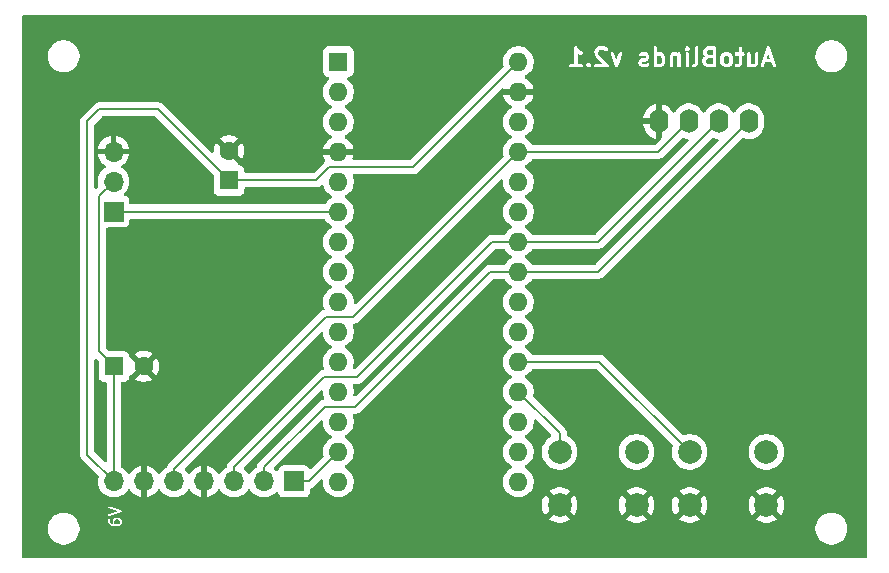
<source format=gbr>
%TF.GenerationSoftware,KiCad,Pcbnew,9.0.4-9.0.4-0~ubuntu22.04.1*%
%TF.CreationDate,2025-11-13T00:38:44+01:00*%
%TF.ProjectId,AutomatedBlinds,4175746f-6d61-4746-9564-426c696e6473,rev?*%
%TF.SameCoordinates,Original*%
%TF.FileFunction,Copper,L2,Bot*%
%TF.FilePolarity,Positive*%
%FSLAX46Y46*%
G04 Gerber Fmt 4.6, Leading zero omitted, Abs format (unit mm)*
G04 Created by KiCad (PCBNEW 9.0.4-9.0.4-0~ubuntu22.04.1) date 2025-11-13 00:38:44*
%MOMM*%
%LPD*%
G01*
G04 APERTURE LIST*
%ADD10C,0.300000*%
%ADD11C,0.150000*%
%TA.AperFunction,ComponentPad*%
%ADD12R,1.700000X1.700000*%
%TD*%
%TA.AperFunction,ComponentPad*%
%ADD13O,1.700000X1.700000*%
%TD*%
%TA.AperFunction,ComponentPad*%
%ADD14R,1.600000X1.600000*%
%TD*%
%TA.AperFunction,ComponentPad*%
%ADD15C,1.600000*%
%TD*%
%TA.AperFunction,ComponentPad*%
%ADD16O,1.600000X2.000000*%
%TD*%
%TA.AperFunction,ComponentPad*%
%ADD17O,1.600000X1.600000*%
%TD*%
%TA.AperFunction,ComponentPad*%
%ADD18C,2.000000*%
%TD*%
%TA.AperFunction,Conductor*%
%ADD19C,0.200000*%
%TD*%
G04 APERTURE END LIST*
D10*
G36*
X170570921Y-71995535D02*
G01*
X170607925Y-72032539D01*
X170652631Y-72121951D01*
X170652631Y-72479704D01*
X170607924Y-72569117D01*
X170570919Y-72606122D01*
X170481507Y-72650828D01*
X170266613Y-72650828D01*
X170238346Y-72636694D01*
X170238346Y-71964961D01*
X170266613Y-71950828D01*
X170481507Y-71950828D01*
X170570921Y-71995535D01*
G37*
G36*
X174938346Y-72650828D02*
G01*
X174552327Y-72650828D01*
X174462913Y-72606121D01*
X174425908Y-72569116D01*
X174381203Y-72479704D01*
X174381203Y-72336237D01*
X174425908Y-72246825D01*
X174455086Y-72217647D01*
X174612689Y-72165114D01*
X174938346Y-72165114D01*
X174938346Y-72650828D01*
G37*
G36*
X174938346Y-71865114D02*
G01*
X174623756Y-71865114D01*
X174534342Y-71820406D01*
X174497338Y-71783403D01*
X174452631Y-71693989D01*
X174452631Y-71621952D01*
X174497338Y-71532538D01*
X174534342Y-71495535D01*
X174623756Y-71450828D01*
X174938346Y-71450828D01*
X174938346Y-71865114D01*
G37*
G36*
X176285207Y-71995535D02*
G01*
X176322211Y-72032539D01*
X176366917Y-72121951D01*
X176366917Y-72479704D01*
X176322210Y-72569117D01*
X176285205Y-72606122D01*
X176195793Y-72650828D01*
X176052327Y-72650828D01*
X175962914Y-72606122D01*
X175925910Y-72569118D01*
X175881203Y-72479703D01*
X175881203Y-72121952D01*
X175925910Y-72032538D01*
X175962914Y-71995534D01*
X176052327Y-71950828D01*
X176195793Y-71950828D01*
X176285207Y-71995535D01*
G37*
G36*
X179808804Y-72222257D02*
G01*
X179510745Y-72222257D01*
X179659774Y-71775169D01*
X179808804Y-72222257D01*
G37*
G36*
X180475264Y-73117495D02*
G01*
X162631703Y-73117495D01*
X162631703Y-72771564D01*
X162798370Y-72771564D01*
X162798370Y-72830092D01*
X162820768Y-72884164D01*
X162862152Y-72925548D01*
X162916224Y-72947946D01*
X162945488Y-72950828D01*
X163802631Y-72950828D01*
X163831895Y-72947946D01*
X163885967Y-72925548D01*
X163927351Y-72884164D01*
X163949749Y-72830092D01*
X163949749Y-72771564D01*
X163927351Y-72717492D01*
X163909997Y-72700138D01*
X164226942Y-72700138D01*
X164226942Y-72758664D01*
X164229168Y-72764037D01*
X164249339Y-72812735D01*
X164249340Y-72812736D01*
X164267995Y-72835467D01*
X164339424Y-72906895D01*
X164362153Y-72925548D01*
X164362154Y-72925549D01*
X164384952Y-72934992D01*
X164416225Y-72947946D01*
X164416226Y-72947946D01*
X164416227Y-72947946D01*
X164474752Y-72947946D01*
X164474753Y-72947946D01*
X164506026Y-72934992D01*
X164528824Y-72925549D01*
X164551555Y-72906894D01*
X164622983Y-72835466D01*
X164641638Y-72812736D01*
X164664034Y-72758663D01*
X164664034Y-72732254D01*
X164664035Y-72700138D01*
X164641638Y-72646065D01*
X164622984Y-72623335D01*
X164551556Y-72551906D01*
X164528825Y-72533251D01*
X164528824Y-72533250D01*
X164497150Y-72520130D01*
X164474753Y-72510853D01*
X164416225Y-72510853D01*
X164393828Y-72520130D01*
X164362154Y-72533250D01*
X164339423Y-72551905D01*
X164267994Y-72623334D01*
X164249339Y-72646065D01*
X164229169Y-72694762D01*
X164226942Y-72700138D01*
X163909997Y-72700138D01*
X163885967Y-72676108D01*
X163831895Y-72653710D01*
X163802631Y-72650828D01*
X163524060Y-72650828D01*
X163524060Y-71734389D01*
X163553708Y-71764037D01*
X163565210Y-71773477D01*
X163567806Y-71776470D01*
X163572315Y-71779308D01*
X163576438Y-71782692D01*
X163580100Y-71784208D01*
X163592692Y-71792135D01*
X163735548Y-71863564D01*
X163763012Y-71874073D01*
X163821392Y-71878222D01*
X163876914Y-71859715D01*
X163921130Y-71821368D01*
X163947304Y-71769019D01*
X163951453Y-71710639D01*
X163932945Y-71655116D01*
X163894599Y-71610901D01*
X163869713Y-71595236D01*
X163852325Y-71586542D01*
X164938345Y-71586542D01*
X164938345Y-71729400D01*
X164939803Y-71744211D01*
X164939523Y-71748161D01*
X164940704Y-71753355D01*
X164941227Y-71758664D01*
X164942743Y-71762325D01*
X164946043Y-71776835D01*
X165017472Y-71991119D01*
X165029460Y-72017970D01*
X165032990Y-72022040D01*
X165035053Y-72027020D01*
X165053708Y-72049751D01*
X165654785Y-72650828D01*
X165088345Y-72650828D01*
X165059081Y-72653710D01*
X165005009Y-72676108D01*
X164963625Y-72717492D01*
X164941227Y-72771564D01*
X164941227Y-72830092D01*
X164963625Y-72884164D01*
X165005009Y-72925548D01*
X165059081Y-72947946D01*
X165088345Y-72950828D01*
X166016917Y-72950828D01*
X166046181Y-72947946D01*
X166077454Y-72934992D01*
X166100252Y-72925549D01*
X166141638Y-72884163D01*
X166155259Y-72851278D01*
X166164035Y-72830092D01*
X166164035Y-72771564D01*
X166155259Y-72750377D01*
X166141638Y-72717492D01*
X166122983Y-72694762D01*
X165290878Y-71862657D01*
X165277576Y-71822750D01*
X166297098Y-71822750D01*
X166304227Y-71851278D01*
X166661370Y-72851278D01*
X166673926Y-72877868D01*
X166678979Y-72883450D01*
X166682202Y-72890253D01*
X166698474Y-72904984D01*
X166713206Y-72921257D01*
X166720008Y-72924479D01*
X166725591Y-72929533D01*
X166746265Y-72936916D01*
X166766098Y-72946311D01*
X166773616Y-72946684D01*
X166780709Y-72949218D01*
X166802631Y-72948127D01*
X166824553Y-72949218D01*
X166831645Y-72946684D01*
X166839164Y-72946311D01*
X166858996Y-72936916D01*
X166879671Y-72929533D01*
X166885253Y-72924479D01*
X166892056Y-72921257D01*
X166906787Y-72904984D01*
X166923060Y-72890253D01*
X166926282Y-72883450D01*
X166931336Y-72877868D01*
X166943892Y-72851278D01*
X167063951Y-72515114D01*
X168652631Y-72515114D01*
X168652631Y-72586542D01*
X168655513Y-72615806D01*
X168657574Y-72620783D01*
X168657957Y-72626161D01*
X168668467Y-72653624D01*
X168739896Y-72796482D01*
X168742976Y-72801376D01*
X168743746Y-72803684D01*
X168746238Y-72806557D01*
X168755561Y-72821368D01*
X168769772Y-72833692D01*
X168782093Y-72847899D01*
X168796900Y-72857220D01*
X168799776Y-72859714D01*
X168802084Y-72860483D01*
X168806978Y-72863564D01*
X168949836Y-72934992D01*
X168977299Y-72945502D01*
X168982674Y-72945883D01*
X168987653Y-72947946D01*
X169016917Y-72950828D01*
X169302631Y-72950828D01*
X169331895Y-72947946D01*
X169336873Y-72945883D01*
X169342249Y-72945502D01*
X169369713Y-72934992D01*
X169512570Y-72863564D01*
X169537456Y-72847899D01*
X169575802Y-72803684D01*
X169594310Y-72748162D01*
X169590162Y-72689782D01*
X169563988Y-72637433D01*
X169519773Y-72599086D01*
X169464250Y-72580578D01*
X169405870Y-72584726D01*
X169378407Y-72595236D01*
X169267221Y-72650828D01*
X169052327Y-72650828D01*
X168985863Y-72617596D01*
X168952631Y-72551132D01*
X168952631Y-72550524D01*
X168985863Y-72484059D01*
X169052327Y-72450828D01*
X169231203Y-72450828D01*
X169260467Y-72447946D01*
X169265445Y-72445883D01*
X169270821Y-72445502D01*
X169298285Y-72434992D01*
X169441142Y-72363564D01*
X169446034Y-72360484D01*
X169448345Y-72359714D01*
X169451221Y-72357219D01*
X169466028Y-72347899D01*
X169478349Y-72333691D01*
X169492560Y-72321367D01*
X169501880Y-72306559D01*
X169504374Y-72303684D01*
X169505143Y-72301374D01*
X169508224Y-72296481D01*
X169579653Y-72153623D01*
X169590162Y-72126160D01*
X169590543Y-72120784D01*
X169592606Y-72115806D01*
X169595488Y-72086542D01*
X169595488Y-72015114D01*
X169592606Y-71985850D01*
X169590543Y-71980871D01*
X169590162Y-71975496D01*
X169579652Y-71948033D01*
X169508224Y-71805175D01*
X169505143Y-71800281D01*
X169504374Y-71797973D01*
X169501880Y-71795097D01*
X169492559Y-71780290D01*
X169478352Y-71767969D01*
X169466028Y-71753758D01*
X169451217Y-71744435D01*
X169448344Y-71741943D01*
X169446036Y-71741173D01*
X169441142Y-71738093D01*
X169298285Y-71666664D01*
X169270822Y-71656155D01*
X169265447Y-71655773D01*
X169260467Y-71653710D01*
X169231203Y-71650828D01*
X169016917Y-71650828D01*
X168987653Y-71653710D01*
X168982672Y-71655773D01*
X168977298Y-71656155D01*
X168949834Y-71666664D01*
X168806978Y-71738093D01*
X168782092Y-71753758D01*
X168743745Y-71797973D01*
X168725238Y-71853496D01*
X168729387Y-71911876D01*
X168755561Y-71964225D01*
X168799776Y-72002572D01*
X168855299Y-72021079D01*
X168913679Y-72016930D01*
X168941142Y-72006421D01*
X169052327Y-71950828D01*
X169195793Y-71950828D01*
X169262256Y-71984060D01*
X169295488Y-72050523D01*
X169295488Y-72051132D01*
X169262256Y-72117596D01*
X169195793Y-72150828D01*
X169016917Y-72150828D01*
X168987653Y-72153710D01*
X168982672Y-72155773D01*
X168977298Y-72156155D01*
X168949834Y-72166664D01*
X168806978Y-72238093D01*
X168802083Y-72241173D01*
X168799776Y-72241943D01*
X168796901Y-72244435D01*
X168782092Y-72253758D01*
X168769768Y-72267967D01*
X168755561Y-72280289D01*
X168746241Y-72295094D01*
X168743745Y-72297973D01*
X168742974Y-72300284D01*
X168739896Y-72305175D01*
X168668467Y-72448032D01*
X168657958Y-72475495D01*
X168657576Y-72480869D01*
X168655513Y-72485850D01*
X168652631Y-72515114D01*
X167063951Y-72515114D01*
X167301035Y-71851279D01*
X167308164Y-71822750D01*
X167305257Y-71764295D01*
X167280203Y-71711403D01*
X167236814Y-71672123D01*
X167181696Y-71652438D01*
X167123241Y-71655345D01*
X167070349Y-71680399D01*
X167031069Y-71723788D01*
X167018513Y-71750378D01*
X166802631Y-72354847D01*
X166586749Y-71750378D01*
X166574193Y-71723788D01*
X166534913Y-71680399D01*
X166482021Y-71655345D01*
X166423566Y-71652438D01*
X166368448Y-71672123D01*
X166325059Y-71711403D01*
X166300005Y-71764295D01*
X166297098Y-71822750D01*
X165277576Y-71822750D01*
X165238345Y-71705058D01*
X165238345Y-71621952D01*
X165283052Y-71532538D01*
X165320056Y-71495535D01*
X165409470Y-71450828D01*
X165695793Y-71450828D01*
X165785206Y-71495535D01*
X165839422Y-71549751D01*
X165862152Y-71568406D01*
X165916225Y-71590802D01*
X165974751Y-71590802D01*
X166028823Y-71568406D01*
X166070209Y-71527020D01*
X166092605Y-71472948D01*
X166092605Y-71414422D01*
X166070209Y-71360349D01*
X166051554Y-71337619D01*
X166014763Y-71300828D01*
X169938346Y-71300828D01*
X169938346Y-72800828D01*
X169941228Y-72830092D01*
X169963626Y-72884164D01*
X170005010Y-72925548D01*
X170059082Y-72947946D01*
X170117610Y-72947946D01*
X170157217Y-72931539D01*
X170164122Y-72934992D01*
X170191585Y-72945502D01*
X170196960Y-72945883D01*
X170201939Y-72947946D01*
X170231203Y-72950828D01*
X170516917Y-72950828D01*
X170546181Y-72947946D01*
X170551159Y-72945883D01*
X170556535Y-72945502D01*
X170583999Y-72934992D01*
X170726856Y-72863564D01*
X170739449Y-72855636D01*
X170743109Y-72854121D01*
X170747228Y-72850739D01*
X170751742Y-72847899D01*
X170754338Y-72844905D01*
X170765840Y-72835466D01*
X170837269Y-72764037D01*
X170846710Y-72752532D01*
X170849702Y-72749938D01*
X170852540Y-72745428D01*
X170855924Y-72741306D01*
X170857440Y-72737644D01*
X170865367Y-72725053D01*
X170936795Y-72582195D01*
X170947305Y-72554732D01*
X170947686Y-72549356D01*
X170949749Y-72544378D01*
X170952631Y-72515114D01*
X170952631Y-72086542D01*
X170949749Y-72057278D01*
X170947686Y-72052299D01*
X170947305Y-72046924D01*
X170936795Y-72019461D01*
X170934622Y-72015114D01*
X171295489Y-72015114D01*
X171295489Y-72800828D01*
X171298371Y-72830092D01*
X171320769Y-72884164D01*
X171362153Y-72925548D01*
X171416225Y-72947946D01*
X171474753Y-72947946D01*
X171528825Y-72925548D01*
X171570209Y-72884164D01*
X171592607Y-72830092D01*
X171595489Y-72800828D01*
X171595489Y-72050523D01*
X171628720Y-71984060D01*
X171695184Y-71950828D01*
X171838650Y-71950828D01*
X171928064Y-71995535D01*
X171938346Y-72005817D01*
X171938346Y-72800828D01*
X171941228Y-72830092D01*
X171963626Y-72884164D01*
X172005010Y-72925548D01*
X172059082Y-72947946D01*
X172117610Y-72947946D01*
X172171682Y-72925548D01*
X172213066Y-72884164D01*
X172235464Y-72830092D01*
X172238346Y-72800828D01*
X172238346Y-71800828D01*
X172652632Y-71800828D01*
X172652632Y-72800828D01*
X172655514Y-72830092D01*
X172677912Y-72884164D01*
X172719296Y-72925548D01*
X172773368Y-72947946D01*
X172831896Y-72947946D01*
X172885968Y-72925548D01*
X172927352Y-72884164D01*
X172949750Y-72830092D01*
X172952632Y-72800828D01*
X172952632Y-72782066D01*
X173225238Y-72782066D01*
X173229386Y-72840446D01*
X173255561Y-72892795D01*
X173299776Y-72931142D01*
X173355298Y-72949650D01*
X173413678Y-72945502D01*
X173441142Y-72934992D01*
X173583999Y-72863564D01*
X173588893Y-72860483D01*
X173591201Y-72859714D01*
X173594075Y-72857221D01*
X173608885Y-72847899D01*
X173621207Y-72833690D01*
X173635416Y-72821368D01*
X173644738Y-72806558D01*
X173647231Y-72803684D01*
X173648000Y-72801376D01*
X173651081Y-72796482D01*
X173722510Y-72653624D01*
X173733020Y-72626161D01*
X173733402Y-72620783D01*
X173735464Y-72615806D01*
X173738346Y-72586542D01*
X173738346Y-72300828D01*
X174081203Y-72300828D01*
X174081203Y-72515114D01*
X174084085Y-72544378D01*
X174086147Y-72549356D01*
X174086529Y-72554732D01*
X174097039Y-72582196D01*
X174168467Y-72725053D01*
X174176394Y-72737646D01*
X174177910Y-72741306D01*
X174181291Y-72745425D01*
X174184132Y-72749939D01*
X174187125Y-72752535D01*
X174196565Y-72764037D01*
X174267994Y-72835466D01*
X174279498Y-72844907D01*
X174282093Y-72847899D01*
X174286602Y-72850737D01*
X174290725Y-72854121D01*
X174294386Y-72855637D01*
X174306978Y-72863564D01*
X174449836Y-72934992D01*
X174477299Y-72945502D01*
X174482674Y-72945883D01*
X174487653Y-72947946D01*
X174516917Y-72950828D01*
X175088346Y-72950828D01*
X175117610Y-72947946D01*
X175171682Y-72925548D01*
X175213066Y-72884164D01*
X175235464Y-72830092D01*
X175235464Y-72830090D01*
X175238346Y-72800828D01*
X175238346Y-72086542D01*
X175581203Y-72086542D01*
X175581203Y-72515114D01*
X175584085Y-72544378D01*
X175586148Y-72549358D01*
X175586530Y-72554733D01*
X175597039Y-72582196D01*
X175668468Y-72725053D01*
X175676396Y-72737648D01*
X175677911Y-72741305D01*
X175681290Y-72745422D01*
X175684133Y-72749939D01*
X175687127Y-72752536D01*
X175696565Y-72764036D01*
X175767993Y-72835465D01*
X175779498Y-72844907D01*
X175782093Y-72847899D01*
X175786603Y-72850738D01*
X175790724Y-72854120D01*
X175794383Y-72855635D01*
X175806978Y-72863564D01*
X175949836Y-72934992D01*
X175977299Y-72945502D01*
X175982674Y-72945883D01*
X175987653Y-72947946D01*
X176016917Y-72950828D01*
X176231203Y-72950828D01*
X176260467Y-72947946D01*
X176265445Y-72945883D01*
X176270821Y-72945502D01*
X176298285Y-72934992D01*
X176441142Y-72863564D01*
X176453735Y-72855636D01*
X176457395Y-72854121D01*
X176461514Y-72850739D01*
X176466028Y-72847899D01*
X176468624Y-72844905D01*
X176480126Y-72835466D01*
X176551555Y-72764037D01*
X176560996Y-72752532D01*
X176563988Y-72749938D01*
X176566826Y-72745428D01*
X176570210Y-72741306D01*
X176571726Y-72737644D01*
X176579653Y-72725053D01*
X176651081Y-72582195D01*
X176661591Y-72554732D01*
X176661972Y-72549356D01*
X176664035Y-72544378D01*
X176666917Y-72515114D01*
X176666917Y-72086542D01*
X176664035Y-72057278D01*
X176661972Y-72052299D01*
X176661591Y-72046924D01*
X176651081Y-72019461D01*
X176579653Y-71876603D01*
X176571724Y-71864008D01*
X176570209Y-71860349D01*
X176566827Y-71856228D01*
X176563988Y-71851718D01*
X176560996Y-71849123D01*
X176551554Y-71837618D01*
X176485499Y-71771564D01*
X176798371Y-71771564D01*
X176798371Y-71830092D01*
X176820769Y-71884164D01*
X176862153Y-71925548D01*
X176916225Y-71947946D01*
X176945489Y-71950828D01*
X177152632Y-71950828D01*
X177152632Y-72551132D01*
X177119399Y-72617596D01*
X177052936Y-72650828D01*
X176945489Y-72650828D01*
X176916225Y-72653710D01*
X176862153Y-72676108D01*
X176820769Y-72717492D01*
X176798371Y-72771564D01*
X176798371Y-72830092D01*
X176820769Y-72884164D01*
X176862153Y-72925548D01*
X176916225Y-72947946D01*
X176945489Y-72950828D01*
X177088346Y-72950828D01*
X177117610Y-72947946D01*
X177122588Y-72945883D01*
X177127964Y-72945502D01*
X177155428Y-72934992D01*
X177298285Y-72863564D01*
X177303179Y-72860483D01*
X177305487Y-72859714D01*
X177308361Y-72857221D01*
X177323171Y-72847899D01*
X177335493Y-72833690D01*
X177349702Y-72821368D01*
X177359024Y-72806558D01*
X177361517Y-72803684D01*
X177362286Y-72801376D01*
X177365367Y-72796482D01*
X177436796Y-72653624D01*
X177447306Y-72626161D01*
X177447688Y-72620783D01*
X177449750Y-72615806D01*
X177452632Y-72586542D01*
X177452632Y-71950828D01*
X177516917Y-71950828D01*
X177546181Y-71947946D01*
X177600253Y-71925548D01*
X177641637Y-71884164D01*
X177664035Y-71830092D01*
X177664035Y-71800828D01*
X177866918Y-71800828D01*
X177866918Y-72800828D01*
X177869800Y-72830092D01*
X177892198Y-72884164D01*
X177933582Y-72925548D01*
X177987654Y-72947946D01*
X178046182Y-72947946D01*
X178100254Y-72925548D01*
X178115247Y-72910554D01*
X178164122Y-72934992D01*
X178191585Y-72945502D01*
X178196960Y-72945883D01*
X178201939Y-72947946D01*
X178231203Y-72950828D01*
X178445489Y-72950828D01*
X178474753Y-72947946D01*
X178479731Y-72945883D01*
X178485107Y-72945502D01*
X178512571Y-72934992D01*
X178655428Y-72863564D01*
X178660322Y-72860483D01*
X178662630Y-72859714D01*
X178665504Y-72857221D01*
X178680314Y-72847899D01*
X178692636Y-72833690D01*
X178706845Y-72821368D01*
X178716167Y-72806558D01*
X178718660Y-72803684D01*
X178719429Y-72801376D01*
X178722510Y-72796482D01*
X178729718Y-72782067D01*
X179010952Y-72782067D01*
X179015101Y-72840448D01*
X179041275Y-72892795D01*
X179085489Y-72931142D01*
X179141013Y-72949650D01*
X179199394Y-72945501D01*
X179251741Y-72919327D01*
X179290088Y-72875113D01*
X179302076Y-72848262D01*
X179410745Y-72522257D01*
X179908804Y-72522257D01*
X180017472Y-72848262D01*
X180029460Y-72875113D01*
X180067807Y-72919328D01*
X180120155Y-72945501D01*
X180178535Y-72949651D01*
X180234059Y-72931142D01*
X180278273Y-72892795D01*
X180304447Y-72840448D01*
X180308597Y-72782068D01*
X180302077Y-72753394D01*
X179802076Y-71253394D01*
X179790088Y-71226543D01*
X179783065Y-71218446D01*
X179778273Y-71208861D01*
X179764064Y-71196537D01*
X179751741Y-71182329D01*
X179742155Y-71177536D01*
X179734059Y-71170514D01*
X179716215Y-71164565D01*
X179699394Y-71156155D01*
X179688705Y-71155395D01*
X179678535Y-71152005D01*
X179659769Y-71153338D01*
X179641013Y-71152006D01*
X179630845Y-71155395D01*
X179620155Y-71156155D01*
X179603331Y-71164566D01*
X179585489Y-71170514D01*
X179577394Y-71177534D01*
X179567807Y-71182328D01*
X179555481Y-71196539D01*
X179541275Y-71208861D01*
X179536482Y-71218445D01*
X179529460Y-71226543D01*
X179517472Y-71253394D01*
X179017472Y-72753394D01*
X179010952Y-72782067D01*
X178729718Y-72782067D01*
X178793939Y-72653624D01*
X178804449Y-72626161D01*
X178804831Y-72620783D01*
X178806893Y-72615806D01*
X178809775Y-72586542D01*
X178809775Y-71800828D01*
X178806893Y-71771564D01*
X178784495Y-71717492D01*
X178743111Y-71676108D01*
X178689039Y-71653710D01*
X178630511Y-71653710D01*
X178576439Y-71676108D01*
X178535055Y-71717492D01*
X178512657Y-71771564D01*
X178509775Y-71800828D01*
X178509775Y-72551132D01*
X178476542Y-72617596D01*
X178410079Y-72650828D01*
X178266613Y-72650828D01*
X178177200Y-72606122D01*
X178166918Y-72595839D01*
X178166918Y-71800828D01*
X178164036Y-71771564D01*
X178141638Y-71717492D01*
X178100254Y-71676108D01*
X178046182Y-71653710D01*
X177987654Y-71653710D01*
X177933582Y-71676108D01*
X177892198Y-71717492D01*
X177869800Y-71771564D01*
X177866918Y-71800828D01*
X177664035Y-71800828D01*
X177664035Y-71771564D01*
X177641637Y-71717492D01*
X177600253Y-71676108D01*
X177546181Y-71653710D01*
X177516917Y-71650828D01*
X177452632Y-71650828D01*
X177452632Y-71300828D01*
X177449750Y-71271564D01*
X177427352Y-71217492D01*
X177385968Y-71176108D01*
X177331896Y-71153710D01*
X177273368Y-71153710D01*
X177219296Y-71176108D01*
X177177912Y-71217492D01*
X177155514Y-71271564D01*
X177152632Y-71300828D01*
X177152632Y-71650828D01*
X176945489Y-71650828D01*
X176916225Y-71653710D01*
X176862153Y-71676108D01*
X176820769Y-71717492D01*
X176798371Y-71771564D01*
X176485499Y-71771564D01*
X176480125Y-71766190D01*
X176468625Y-71756752D01*
X176466028Y-71753758D01*
X176461511Y-71750915D01*
X176457394Y-71747536D01*
X176453737Y-71746021D01*
X176441142Y-71738093D01*
X176298285Y-71666664D01*
X176270822Y-71656155D01*
X176265447Y-71655773D01*
X176260467Y-71653710D01*
X176231203Y-71650828D01*
X176016917Y-71650828D01*
X175987653Y-71653710D01*
X175982672Y-71655773D01*
X175977298Y-71656155D01*
X175949834Y-71666664D01*
X175806978Y-71738093D01*
X175794386Y-71746019D01*
X175790724Y-71747536D01*
X175786601Y-71750919D01*
X175782092Y-71753758D01*
X175779496Y-71756750D01*
X175767994Y-71766191D01*
X175696566Y-71837619D01*
X175687126Y-71849120D01*
X175684133Y-71851717D01*
X175681292Y-71856230D01*
X175677911Y-71860350D01*
X175676395Y-71864009D01*
X175668468Y-71876603D01*
X175597039Y-72019460D01*
X175586530Y-72046923D01*
X175586148Y-72052297D01*
X175584085Y-72057278D01*
X175581203Y-72086542D01*
X175238346Y-72086542D01*
X175238346Y-71300828D01*
X175235464Y-71271564D01*
X175213066Y-71217492D01*
X175171682Y-71176108D01*
X175117610Y-71153710D01*
X175088346Y-71150828D01*
X174588346Y-71150828D01*
X174559082Y-71153710D01*
X174554101Y-71155773D01*
X174548727Y-71156155D01*
X174521263Y-71166664D01*
X174378407Y-71238093D01*
X174365813Y-71246020D01*
X174362154Y-71247536D01*
X174358033Y-71250917D01*
X174353521Y-71253758D01*
X174350924Y-71256751D01*
X174339424Y-71266190D01*
X174267995Y-71337618D01*
X174258555Y-71349120D01*
X174255561Y-71351717D01*
X174252719Y-71356231D01*
X174249340Y-71360349D01*
X174247824Y-71364007D01*
X174239896Y-71376603D01*
X174168467Y-71519460D01*
X174157958Y-71546923D01*
X174157576Y-71552297D01*
X174155513Y-71557278D01*
X174152631Y-71586542D01*
X174152631Y-71729400D01*
X174155513Y-71758664D01*
X174157576Y-71763644D01*
X174157958Y-71769019D01*
X174168467Y-71796482D01*
X174239896Y-71939339D01*
X174247824Y-71951934D01*
X174249340Y-71955593D01*
X174252719Y-71959710D01*
X174255561Y-71964225D01*
X174258555Y-71966821D01*
X174267995Y-71978324D01*
X174269176Y-71979505D01*
X174267994Y-71980476D01*
X174196565Y-72051905D01*
X174187125Y-72063406D01*
X174184132Y-72066003D01*
X174181291Y-72070516D01*
X174177910Y-72074636D01*
X174176394Y-72078295D01*
X174168467Y-72090889D01*
X174097039Y-72233746D01*
X174086529Y-72261210D01*
X174086147Y-72266585D01*
X174084085Y-72271564D01*
X174081203Y-72300828D01*
X173738346Y-72300828D01*
X173738346Y-71300828D01*
X173735464Y-71271564D01*
X173713066Y-71217492D01*
X173671682Y-71176108D01*
X173617610Y-71153710D01*
X173559082Y-71153710D01*
X173505010Y-71176108D01*
X173463626Y-71217492D01*
X173441228Y-71271564D01*
X173438346Y-71300828D01*
X173438346Y-72551132D01*
X173405113Y-72617596D01*
X173306978Y-72666664D01*
X173282093Y-72682329D01*
X173243746Y-72726544D01*
X173225238Y-72782066D01*
X172952632Y-72782066D01*
X172952632Y-71800828D01*
X172949750Y-71771564D01*
X172927352Y-71717492D01*
X172885968Y-71676108D01*
X172831896Y-71653710D01*
X172773368Y-71653710D01*
X172719296Y-71676108D01*
X172677912Y-71717492D01*
X172655514Y-71771564D01*
X172652632Y-71800828D01*
X172238346Y-71800828D01*
X172235464Y-71771564D01*
X172213066Y-71717492D01*
X172171682Y-71676108D01*
X172117610Y-71653710D01*
X172059082Y-71653710D01*
X172005010Y-71676108D01*
X171990016Y-71691101D01*
X171941142Y-71666664D01*
X171913679Y-71656155D01*
X171908304Y-71655773D01*
X171903324Y-71653710D01*
X171874060Y-71650828D01*
X171659774Y-71650828D01*
X171630510Y-71653710D01*
X171625529Y-71655773D01*
X171620155Y-71656155D01*
X171592691Y-71666664D01*
X171449835Y-71738093D01*
X171444940Y-71741173D01*
X171442633Y-71741943D01*
X171439758Y-71744435D01*
X171424949Y-71753758D01*
X171412625Y-71767967D01*
X171398418Y-71780289D01*
X171389098Y-71795094D01*
X171386602Y-71797973D01*
X171385831Y-71800284D01*
X171382753Y-71805175D01*
X171311325Y-71948032D01*
X171300815Y-71975496D01*
X171300433Y-71980871D01*
X171298371Y-71985850D01*
X171295489Y-72015114D01*
X170934622Y-72015114D01*
X170865367Y-71876603D01*
X170857438Y-71864008D01*
X170855923Y-71860349D01*
X170852541Y-71856228D01*
X170849702Y-71851718D01*
X170846710Y-71849123D01*
X170837268Y-71837618D01*
X170765839Y-71766190D01*
X170754339Y-71756752D01*
X170751742Y-71753758D01*
X170747225Y-71750915D01*
X170743108Y-71747536D01*
X170739451Y-71746021D01*
X170726856Y-71738093D01*
X170583999Y-71666664D01*
X170556536Y-71656155D01*
X170551161Y-71655773D01*
X170546181Y-71653710D01*
X170516917Y-71650828D01*
X170238346Y-71650828D01*
X170238346Y-71342995D01*
X172584085Y-71342995D01*
X172584085Y-71401521D01*
X172589429Y-71414421D01*
X172606482Y-71455592D01*
X172606483Y-71455593D01*
X172625138Y-71478324D01*
X172696567Y-71549752D01*
X172719296Y-71568405D01*
X172719297Y-71568406D01*
X172748683Y-71580578D01*
X172773368Y-71590803D01*
X172773369Y-71590803D01*
X172773370Y-71590803D01*
X172831895Y-71590803D01*
X172831896Y-71590803D01*
X172856581Y-71580578D01*
X172885967Y-71568406D01*
X172908698Y-71549751D01*
X172980126Y-71478323D01*
X172998781Y-71455593D01*
X173021177Y-71401520D01*
X173021177Y-71375112D01*
X173021178Y-71342995D01*
X172998781Y-71288922D01*
X172980127Y-71266192D01*
X172908699Y-71194763D01*
X172885968Y-71176108D01*
X172885967Y-71176107D01*
X172852358Y-71162186D01*
X172831896Y-71153710D01*
X172773368Y-71153710D01*
X172752906Y-71162186D01*
X172719297Y-71176107D01*
X172696566Y-71194762D01*
X172625137Y-71266191D01*
X172606482Y-71288922D01*
X172586312Y-71337619D01*
X172584085Y-71342995D01*
X170238346Y-71342995D01*
X170238346Y-71300828D01*
X170235464Y-71271564D01*
X170213066Y-71217492D01*
X170171682Y-71176108D01*
X170117610Y-71153710D01*
X170059082Y-71153710D01*
X170005010Y-71176108D01*
X169963626Y-71217492D01*
X169941228Y-71271564D01*
X169938346Y-71300828D01*
X166014763Y-71300828D01*
X165980126Y-71266191D01*
X165968624Y-71256751D01*
X165966028Y-71253758D01*
X165961514Y-71250917D01*
X165957395Y-71247536D01*
X165953735Y-71246020D01*
X165941142Y-71238093D01*
X165798285Y-71166664D01*
X165770822Y-71156155D01*
X165765447Y-71155773D01*
X165760467Y-71153710D01*
X165731203Y-71150828D01*
X165374060Y-71150828D01*
X165344796Y-71153710D01*
X165339815Y-71155773D01*
X165334441Y-71156155D01*
X165306977Y-71166664D01*
X165164121Y-71238093D01*
X165151527Y-71246020D01*
X165147868Y-71247536D01*
X165143747Y-71250917D01*
X165139235Y-71253758D01*
X165136638Y-71256751D01*
X165125138Y-71266190D01*
X165053709Y-71337618D01*
X165044269Y-71349120D01*
X165041275Y-71351717D01*
X165038433Y-71356231D01*
X165035054Y-71360349D01*
X165033538Y-71364007D01*
X165025610Y-71376603D01*
X164954181Y-71519460D01*
X164943672Y-71546923D01*
X164943290Y-71552297D01*
X164941227Y-71557278D01*
X164938345Y-71586542D01*
X163852325Y-71586542D01*
X163748628Y-71534693D01*
X163633487Y-71419552D01*
X163498868Y-71217623D01*
X163498799Y-71217539D01*
X163498780Y-71217492D01*
X163498673Y-71217385D01*
X163480237Y-71194873D01*
X163467897Y-71186609D01*
X163457396Y-71176108D01*
X163443818Y-71170483D01*
X163431607Y-71162306D01*
X163417044Y-71159393D01*
X163403324Y-71153710D01*
X163388628Y-71153710D01*
X163374218Y-71150828D01*
X163359649Y-71153710D01*
X163344796Y-71153710D01*
X163331217Y-71159334D01*
X163316803Y-71162186D01*
X163304445Y-71170424D01*
X163290724Y-71176108D01*
X163280332Y-71186499D01*
X163268105Y-71194651D01*
X163259841Y-71206990D01*
X163249340Y-71217492D01*
X163243715Y-71231069D01*
X163235538Y-71243281D01*
X163232625Y-71257843D01*
X163226942Y-71271564D01*
X163224090Y-71300516D01*
X163224060Y-71300670D01*
X163224070Y-71300722D01*
X163224060Y-71300828D01*
X163224060Y-72650828D01*
X162945488Y-72650828D01*
X162916224Y-72653710D01*
X162862152Y-72676108D01*
X162820768Y-72717492D01*
X162798370Y-72771564D01*
X162631703Y-72771564D01*
X162631703Y-70984161D01*
X180475264Y-70984161D01*
X180475264Y-73117495D01*
G37*
D11*
G36*
X124690153Y-111248669D02*
G01*
X124720561Y-111279076D01*
X124754819Y-111347592D01*
X124754819Y-111502658D01*
X124720561Y-111571173D01*
X124690153Y-111601580D01*
X124621637Y-111635839D01*
X124418952Y-111635839D01*
X124350436Y-111601581D01*
X124320029Y-111571174D01*
X124285771Y-111502658D01*
X124285771Y-111347592D01*
X124320029Y-111279076D01*
X124350436Y-111248669D01*
X124418952Y-111214411D01*
X124621637Y-111214411D01*
X124690153Y-111248669D01*
G37*
G36*
X125015930Y-111896950D02*
G01*
X123643708Y-111896950D01*
X123643708Y-111234649D01*
X123754819Y-111234649D01*
X123754819Y-111425125D01*
X123756260Y-111439757D01*
X123757291Y-111442246D01*
X123757482Y-111444934D01*
X123762737Y-111458666D01*
X123810356Y-111553904D01*
X123814320Y-111560203D01*
X123815078Y-111562031D01*
X123816766Y-111564087D01*
X123818188Y-111566347D01*
X123819686Y-111567646D01*
X123824405Y-111573396D01*
X123872024Y-111621015D01*
X123872064Y-111621048D01*
X123872079Y-111621070D01*
X123877920Y-111625853D01*
X123883389Y-111630342D01*
X123883411Y-111630351D01*
X123883454Y-111630386D01*
X124026312Y-111725624D01*
X124034386Y-111729928D01*
X124035878Y-111731034D01*
X124037640Y-111731663D01*
X124039286Y-111732541D01*
X124041100Y-111732899D01*
X124049724Y-111735981D01*
X124240200Y-111783600D01*
X124242736Y-111783975D01*
X124243758Y-111784398D01*
X124249270Y-111784940D01*
X124254744Y-111785750D01*
X124255836Y-111785587D01*
X124258390Y-111785839D01*
X124639342Y-111785839D01*
X124653974Y-111784398D01*
X124656463Y-111783366D01*
X124659151Y-111783176D01*
X124672883Y-111777921D01*
X124768121Y-111730302D01*
X124774417Y-111726338D01*
X124776247Y-111725581D01*
X124778305Y-111723891D01*
X124780564Y-111722470D01*
X124781863Y-111720971D01*
X124787612Y-111716254D01*
X124835232Y-111668635D01*
X124839950Y-111662885D01*
X124841450Y-111661585D01*
X124842872Y-111659325D01*
X124844560Y-111657269D01*
X124845317Y-111655441D01*
X124849282Y-111649142D01*
X124896901Y-111553904D01*
X124902156Y-111540173D01*
X124902347Y-111537483D01*
X124903378Y-111534995D01*
X124904819Y-111520363D01*
X124904819Y-111329887D01*
X124903378Y-111315255D01*
X124902347Y-111312766D01*
X124902156Y-111310077D01*
X124896901Y-111296346D01*
X124849282Y-111201108D01*
X124845317Y-111194808D01*
X124844560Y-111192981D01*
X124842872Y-111190924D01*
X124841450Y-111188665D01*
X124839950Y-111187364D01*
X124835232Y-111181615D01*
X124787612Y-111133996D01*
X124781863Y-111129278D01*
X124780564Y-111127780D01*
X124778305Y-111126358D01*
X124776247Y-111124669D01*
X124774417Y-111123911D01*
X124768121Y-111119948D01*
X124672883Y-111072329D01*
X124659151Y-111067074D01*
X124656463Y-111066883D01*
X124653974Y-111065852D01*
X124639342Y-111064411D01*
X124401247Y-111064411D01*
X124386615Y-111065852D01*
X124384126Y-111066882D01*
X124381437Y-111067074D01*
X124367706Y-111072329D01*
X124272468Y-111119948D01*
X124266168Y-111123912D01*
X124264341Y-111124670D01*
X124262284Y-111126358D01*
X124260025Y-111127780D01*
X124258725Y-111129278D01*
X124252976Y-111133997D01*
X124205357Y-111181616D01*
X124200638Y-111187365D01*
X124199140Y-111188665D01*
X124197718Y-111190924D01*
X124196030Y-111192981D01*
X124195272Y-111194808D01*
X124191308Y-111201108D01*
X124143689Y-111296346D01*
X124138434Y-111310078D01*
X124138243Y-111312765D01*
X124137212Y-111315255D01*
X124135771Y-111329887D01*
X124135771Y-111520363D01*
X124137212Y-111534995D01*
X124138243Y-111537484D01*
X124138434Y-111540172D01*
X124143689Y-111553904D01*
X124172804Y-111612134D01*
X124098708Y-111593610D01*
X123972837Y-111509696D01*
X123939077Y-111475936D01*
X123904819Y-111407420D01*
X123904819Y-111234649D01*
X123903378Y-111220017D01*
X123892179Y-111192981D01*
X123871487Y-111172289D01*
X123844451Y-111161090D01*
X123815187Y-111161090D01*
X123788151Y-111172289D01*
X123767459Y-111192981D01*
X123756260Y-111220017D01*
X123754819Y-111234649D01*
X123643708Y-111234649D01*
X123643708Y-110177650D01*
X123755408Y-110177650D01*
X123757483Y-110206840D01*
X123770569Y-110233013D01*
X123792676Y-110252187D01*
X123806102Y-110258181D01*
X124592648Y-110520363D01*
X123806102Y-110782545D01*
X123792676Y-110788539D01*
X123770569Y-110807713D01*
X123757483Y-110833886D01*
X123755408Y-110863076D01*
X123764662Y-110890839D01*
X123783836Y-110912946D01*
X123810009Y-110926032D01*
X123839199Y-110928107D01*
X123853536Y-110924847D01*
X124853536Y-110591514D01*
X124866961Y-110585520D01*
X124871008Y-110582009D01*
X124875802Y-110579613D01*
X124881966Y-110572505D01*
X124889068Y-110566346D01*
X124891463Y-110561554D01*
X124894976Y-110557505D01*
X124897950Y-110548582D01*
X124902155Y-110540173D01*
X124902534Y-110534828D01*
X124904230Y-110529743D01*
X124903563Y-110520363D01*
X124904230Y-110510983D01*
X124902534Y-110505897D01*
X124902155Y-110500553D01*
X124897950Y-110492143D01*
X124894976Y-110483221D01*
X124891463Y-110479171D01*
X124889068Y-110474380D01*
X124881966Y-110468220D01*
X124875802Y-110461113D01*
X124871008Y-110458716D01*
X124866961Y-110455206D01*
X124853536Y-110449212D01*
X123853536Y-110115879D01*
X123839199Y-110112619D01*
X123810009Y-110114694D01*
X123783836Y-110127780D01*
X123764662Y-110149887D01*
X123755408Y-110177650D01*
X123643708Y-110177650D01*
X123643708Y-110001508D01*
X125015930Y-110001508D01*
X125015930Y-111896950D01*
G37*
D12*
%TO.P,J4,1,Pin_1*%
%TO.N,Net-(A1-D11)*%
X139500000Y-108000000D03*
D13*
%TO.P,J4,2,Pin_2*%
%TO.N,Net-(A1-A4)*%
X136960000Y-108000000D03*
%TO.P,J4,3,Pin_3*%
%TO.N,Net-(A1-A5)*%
X134420000Y-108000000D03*
%TO.P,J4,4,Pin_4*%
%TO.N,GND*%
X131880000Y-108000000D03*
%TO.P,J4,5,Pin_5*%
%TO.N,+5V*%
X129340000Y-108000000D03*
%TO.P,J4,6,Pin_6*%
%TO.N,GND*%
X126800000Y-108000000D03*
%TO.P,J4,7,Pin_7*%
%TO.N,+6V*%
X124260000Y-108000000D03*
%TD*%
D14*
%TO.P,C1,1*%
%TO.N,+6V*%
X134000000Y-82500000D03*
D15*
%TO.P,C1,2*%
%TO.N,GND*%
X134000000Y-80000000D03*
%TD*%
D16*
%TO.P,Brd1,1,GND*%
%TO.N,GND*%
X170380000Y-77500000D03*
%TO.P,Brd1,2,VCC*%
%TO.N,+5V*%
X172920000Y-77500000D03*
%TO.P,Brd1,3,SCL*%
%TO.N,Net-(A1-A5)*%
X175460000Y-77500000D03*
%TO.P,Brd1,4,SDA*%
%TO.N,Net-(A1-A4)*%
X178000000Y-77500000D03*
%TD*%
D14*
%TO.P,A1,1,D1/TX*%
%TO.N,unconnected-(A1-D1{slash}TX-Pad1)*%
X143260000Y-72460000D03*
D17*
%TO.P,A1,2,D0/RX*%
%TO.N,unconnected-(A1-D0{slash}RX-Pad2)*%
X143260000Y-75000000D03*
%TO.P,A1,3,~{RESET}*%
%TO.N,unconnected-(A1-~{RESET}-Pad3)*%
X143260000Y-77540000D03*
%TO.P,A1,4,GND*%
%TO.N,GND*%
X143260000Y-80080000D03*
%TO.P,A1,5,D2*%
%TO.N,unconnected-(A1-D2-Pad5)*%
X143260000Y-82620000D03*
%TO.P,A1,6,D3*%
%TO.N,Net-(A1-D3)*%
X143260000Y-85160000D03*
%TO.P,A1,7,D4*%
%TO.N,unconnected-(A1-D4-Pad7)*%
X143260000Y-87700000D03*
%TO.P,A1,8,D5*%
%TO.N,unconnected-(A1-D5-Pad8)*%
X143260000Y-90240000D03*
%TO.P,A1,9,D6*%
%TO.N,unconnected-(A1-D6-Pad9)*%
X143260000Y-92780000D03*
%TO.P,A1,10,D7*%
%TO.N,unconnected-(A1-D7-Pad10)*%
X143260000Y-95320000D03*
%TO.P,A1,11,D8*%
%TO.N,unconnected-(A1-D8-Pad11)*%
X143260000Y-97860000D03*
%TO.P,A1,12,D9*%
%TO.N,unconnected-(A1-D9-Pad12)*%
X143260000Y-100400000D03*
%TO.P,A1,13,D10*%
%TO.N,unconnected-(A1-D10-Pad13)*%
X143260000Y-102940000D03*
%TO.P,A1,14,D11*%
%TO.N,Net-(A1-D11)*%
X143260000Y-105480000D03*
%TO.P,A1,15,D12*%
%TO.N,unconnected-(A1-D12-Pad15)*%
X143260000Y-108020000D03*
%TO.P,A1,16,D13*%
%TO.N,unconnected-(A1-D13-Pad16)*%
X158500000Y-108020000D03*
%TO.P,A1,17,3V3*%
%TO.N,unconnected-(A1-3V3-Pad17)*%
X158500000Y-105480000D03*
%TO.P,A1,18,AREF*%
%TO.N,unconnected-(A1-AREF-Pad18)*%
X158500000Y-102940000D03*
%TO.P,A1,19,A0*%
%TO.N,Net-(A1-A0)*%
X158500000Y-100400000D03*
%TO.P,A1,20,A1*%
%TO.N,Net-(A1-A1)*%
X158500000Y-97860000D03*
%TO.P,A1,21,A2*%
%TO.N,unconnected-(A1-A2-Pad21)*%
X158500000Y-95320000D03*
%TO.P,A1,22,A3*%
%TO.N,unconnected-(A1-A3-Pad22)*%
X158500000Y-92780000D03*
%TO.P,A1,23,A4*%
%TO.N,Net-(A1-A4)*%
X158500000Y-90240000D03*
%TO.P,A1,24,A5*%
%TO.N,Net-(A1-A5)*%
X158500000Y-87700000D03*
%TO.P,A1,25,A6*%
%TO.N,unconnected-(A1-A6-Pad25)*%
X158500000Y-85160000D03*
%TO.P,A1,26,A7*%
%TO.N,unconnected-(A1-A7-Pad26)*%
X158500000Y-82620000D03*
%TO.P,A1,27,+5V*%
%TO.N,+5V*%
X158500000Y-80080000D03*
%TO.P,A1,28,~{RESET}*%
%TO.N,unconnected-(A1-~{RESET}-Pad28)*%
X158500000Y-77540000D03*
%TO.P,A1,29,GND*%
%TO.N,GND*%
X158500000Y-75000000D03*
%TO.P,A1,30,VIN*%
%TO.N,+6V*%
X158500000Y-72460000D03*
%TD*%
D14*
%TO.P,C2,1*%
%TO.N,+6V*%
X124267045Y-98263864D03*
D15*
%TO.P,C2,2*%
%TO.N,GND*%
X126767045Y-98263864D03*
%TD*%
D12*
%TO.P,J2,1,Pin_1*%
%TO.N,Net-(A1-D3)*%
X124220529Y-85151150D03*
D13*
%TO.P,J2,2,Pin_2*%
%TO.N,+6V*%
X124220529Y-82611150D03*
%TO.P,J2,3,Pin_3*%
%TO.N,GND*%
X124220529Y-80071150D03*
%TD*%
D18*
%TO.P,SW2,1,1*%
%TO.N,Net-(A1-A0)*%
X162000000Y-105500000D03*
X168500000Y-105500000D03*
%TO.P,SW2,2,2*%
%TO.N,GND*%
X162000000Y-110000000D03*
X168500000Y-110000000D03*
%TD*%
%TO.P,SW1,1,1*%
%TO.N,Net-(A1-A1)*%
X173000000Y-105500000D03*
X179500000Y-105500000D03*
%TO.P,SW1,2,2*%
%TO.N,GND*%
X173000000Y-110000000D03*
X179500000Y-110000000D03*
%TD*%
D19*
%TO.N,Net-(A1-D11)*%
X139500000Y-108000000D02*
X140740000Y-108000000D01*
X140740000Y-108000000D02*
X143260000Y-105480000D01*
%TO.N,+5V*%
X129340000Y-106915445D02*
X142191584Y-94063861D01*
X170340000Y-80080000D02*
X158500000Y-80080000D01*
X142191584Y-94063861D02*
X144516139Y-94063861D01*
X129340000Y-108000000D02*
X129340000Y-107620000D01*
X129340000Y-108000000D02*
X129340000Y-106915445D01*
X144516139Y-94063861D02*
X158500000Y-80080000D01*
X172920000Y-77500000D02*
X170340000Y-80080000D01*
%TO.N,+6V*%
X134000000Y-82500000D02*
X141379794Y-82500000D01*
X123000000Y-76500000D02*
X128000000Y-76500000D01*
X142502800Y-81376994D02*
X149583006Y-81376994D01*
X122000000Y-77500000D02*
X123000000Y-76500000D01*
X124267045Y-98263864D02*
X123000000Y-96996819D01*
X123000000Y-83831679D02*
X124220529Y-82611150D01*
X124260000Y-98270909D02*
X124267045Y-98263864D01*
X133888850Y-82611150D02*
X134000000Y-82500000D01*
X149583006Y-81376994D02*
X158500000Y-72460000D01*
X141379794Y-82500000D02*
X142502800Y-81376994D01*
X122000000Y-105740000D02*
X122000000Y-77500000D01*
X124260000Y-108000000D02*
X124260000Y-98270909D01*
X123000000Y-96996819D02*
X123000000Y-83831679D01*
X128000000Y-76500000D02*
X134000000Y-82500000D01*
X124260000Y-108000000D02*
X122000000Y-105740000D01*
%TO.N,Net-(A1-A4)*%
X136960000Y-108000000D02*
X136960000Y-106797919D01*
X136960000Y-106797919D02*
X142097923Y-101659996D01*
X156120014Y-90240000D02*
X158500000Y-90240000D01*
X144700018Y-101659996D02*
X156120014Y-90240000D01*
X165260000Y-90240000D02*
X178000000Y-77500000D01*
X142097923Y-101659996D02*
X144700018Y-101659996D01*
X158500000Y-90240000D02*
X165260000Y-90240000D01*
%TO.N,Net-(A1-D3)*%
X143251150Y-85151150D02*
X143260000Y-85160000D01*
X124220529Y-85151150D02*
X143251150Y-85151150D01*
%TO.N,Net-(A1-A5)*%
X144840004Y-99159996D02*
X156300000Y-87700000D01*
X142057923Y-99159996D02*
X144840004Y-99159996D01*
X134420000Y-108000000D02*
X134420000Y-106797919D01*
X158500000Y-87700000D02*
X165260000Y-87700000D01*
X156300000Y-87700000D02*
X158500000Y-87700000D01*
X134420000Y-106797919D02*
X142057923Y-99159996D01*
X165260000Y-87700000D02*
X175460000Y-77500000D01*
%TO.N,Net-(A1-A1)*%
X158500000Y-97860000D02*
X165360000Y-97860000D01*
X165360000Y-97860000D02*
X173000000Y-105500000D01*
%TO.N,Net-(A1-A0)*%
X158500000Y-100400000D02*
X162000000Y-103900000D01*
X162000000Y-103900000D02*
X162000000Y-105500000D01*
X161600000Y-105500000D02*
X162000000Y-105500000D01*
%TD*%
%TA.AperFunction,Conductor*%
%TO.N,GND*%
G36*
X142092928Y-85771335D02*
G01*
X142136374Y-85819356D01*
X142147713Y-85841611D01*
X142268028Y-86007213D01*
X142412786Y-86151971D01*
X142538747Y-86243485D01*
X142578390Y-86272287D01*
X142669840Y-86318883D01*
X142671080Y-86319515D01*
X142721876Y-86367490D01*
X142738671Y-86435311D01*
X142716134Y-86501446D01*
X142671080Y-86540485D01*
X142578386Y-86587715D01*
X142412786Y-86708028D01*
X142268028Y-86852786D01*
X142147715Y-87018386D01*
X142054781Y-87200776D01*
X141991522Y-87395465D01*
X141959500Y-87597648D01*
X141959500Y-87802351D01*
X141991522Y-88004534D01*
X142054781Y-88199223D01*
X142147715Y-88381613D01*
X142268028Y-88547213D01*
X142412786Y-88691971D01*
X142567749Y-88804556D01*
X142578390Y-88812287D01*
X142669840Y-88858883D01*
X142671080Y-88859515D01*
X142721876Y-88907490D01*
X142738671Y-88975311D01*
X142716134Y-89041446D01*
X142671080Y-89080485D01*
X142578386Y-89127715D01*
X142412786Y-89248028D01*
X142268028Y-89392786D01*
X142147715Y-89558386D01*
X142054781Y-89740776D01*
X141991522Y-89935465D01*
X141959500Y-90137648D01*
X141959500Y-90342351D01*
X141991522Y-90544534D01*
X142054781Y-90739223D01*
X142147715Y-90921613D01*
X142268028Y-91087213D01*
X142412786Y-91231971D01*
X142567749Y-91344556D01*
X142578390Y-91352287D01*
X142669840Y-91398883D01*
X142671080Y-91399515D01*
X142721876Y-91447490D01*
X142738671Y-91515311D01*
X142716134Y-91581446D01*
X142671080Y-91620485D01*
X142578386Y-91667715D01*
X142412786Y-91788028D01*
X142268028Y-91932786D01*
X142147715Y-92098386D01*
X142054781Y-92280776D01*
X141991522Y-92475465D01*
X141959500Y-92677648D01*
X141959500Y-92882351D01*
X141991522Y-93084534D01*
X142054782Y-93279226D01*
X142074752Y-93318418D01*
X142087648Y-93387087D01*
X142061371Y-93451827D01*
X142004265Y-93492084D01*
X141996363Y-93494486D01*
X141959803Y-93504283D01*
X141959801Y-93504283D01*
X141959800Y-93504284D01*
X141959798Y-93504284D01*
X141959793Y-93504287D01*
X141822874Y-93583336D01*
X141822866Y-93583342D01*
X128859481Y-106546727D01*
X128859479Y-106546730D01*
X128813118Y-106627030D01*
X128813116Y-106627033D01*
X128809360Y-106633540D01*
X128780423Y-106683660D01*
X128765838Y-106738087D01*
X128762416Y-106746127D01*
X128745553Y-106766637D01*
X128731734Y-106789310D01*
X128720579Y-106797015D01*
X128718045Y-106800098D01*
X128714433Y-106801260D01*
X128704621Y-106808039D01*
X128632182Y-106844949D01*
X128460213Y-106969890D01*
X128309890Y-107120213D01*
X128184949Y-107292182D01*
X128180202Y-107301499D01*
X128132227Y-107352293D01*
X128064405Y-107369087D01*
X127998271Y-107346548D01*
X127959234Y-107301495D01*
X127954622Y-107292444D01*
X127829727Y-107120540D01*
X127829723Y-107120535D01*
X127679464Y-106970276D01*
X127679459Y-106970272D01*
X127507557Y-106845379D01*
X127318215Y-106748903D01*
X127116124Y-106683241D01*
X127050000Y-106672768D01*
X127050000Y-107566988D01*
X126992993Y-107534075D01*
X126865826Y-107500000D01*
X126734174Y-107500000D01*
X126607007Y-107534075D01*
X126550000Y-107566988D01*
X126550000Y-106672768D01*
X126549999Y-106672768D01*
X126483875Y-106683241D01*
X126281784Y-106748903D01*
X126092442Y-106845379D01*
X125920540Y-106970272D01*
X125920535Y-106970276D01*
X125770276Y-107120535D01*
X125770272Y-107120540D01*
X125645378Y-107292443D01*
X125640762Y-107301502D01*
X125592784Y-107352295D01*
X125524963Y-107369087D01*
X125458829Y-107346546D01*
X125419794Y-107301493D01*
X125415051Y-107292184D01*
X125415049Y-107292181D01*
X125415048Y-107292179D01*
X125290109Y-107120213D01*
X125139786Y-106969890D01*
X124967815Y-106844948D01*
X124967814Y-106844947D01*
X124928205Y-106824765D01*
X124877409Y-106776791D01*
X124860500Y-106714281D01*
X124860500Y-99688363D01*
X124880185Y-99621324D01*
X124932989Y-99575569D01*
X124984500Y-99564363D01*
X125114916Y-99564363D01*
X125114917Y-99564363D01*
X125174528Y-99557955D01*
X125309376Y-99507660D01*
X125424591Y-99421410D01*
X125510841Y-99306195D01*
X125561136Y-99171347D01*
X125567545Y-99111737D01*
X125567544Y-99099476D01*
X125571120Y-99084916D01*
X125581387Y-99067244D01*
X125587112Y-99047624D01*
X125598584Y-99037647D01*
X125606222Y-99024504D01*
X125624412Y-99015189D01*
X125639837Y-99001777D01*
X125656325Y-98998848D01*
X125668412Y-98992659D01*
X125683063Y-98994098D01*
X125683299Y-98994056D01*
X126367045Y-98310310D01*
X126367045Y-98316525D01*
X126394304Y-98418258D01*
X126446965Y-98509470D01*
X126521439Y-98583944D01*
X126612651Y-98636605D01*
X126714384Y-98663864D01*
X126720598Y-98663864D01*
X126041121Y-99343338D01*
X126085695Y-99375723D01*
X126268013Y-99468619D01*
X126462627Y-99531854D01*
X126664728Y-99563864D01*
X126869362Y-99563864D01*
X127071462Y-99531854D01*
X127266076Y-99468619D01*
X127448394Y-99375723D01*
X127492966Y-99343338D01*
X126813492Y-98663864D01*
X126819706Y-98663864D01*
X126921439Y-98636605D01*
X127012651Y-98583944D01*
X127087125Y-98509470D01*
X127139786Y-98418258D01*
X127167045Y-98316525D01*
X127167045Y-98310311D01*
X127846519Y-98989785D01*
X127878904Y-98945213D01*
X127971800Y-98762895D01*
X128035035Y-98568281D01*
X128067045Y-98366181D01*
X128067045Y-98161546D01*
X128035035Y-97959446D01*
X127971800Y-97764832D01*
X127878904Y-97582514D01*
X127846519Y-97537941D01*
X127846519Y-97537940D01*
X127167045Y-98217415D01*
X127167045Y-98211203D01*
X127139786Y-98109470D01*
X127087125Y-98018258D01*
X127012651Y-97943784D01*
X126921439Y-97891123D01*
X126819706Y-97863864D01*
X126813491Y-97863864D01*
X127492967Y-97184388D01*
X127492966Y-97184387D01*
X127448404Y-97152011D01*
X127448395Y-97152005D01*
X127266076Y-97059108D01*
X127071462Y-96995873D01*
X126869362Y-96963864D01*
X126664728Y-96963864D01*
X126462627Y-96995873D01*
X126268013Y-97059108D01*
X126085689Y-97152007D01*
X126041122Y-97184387D01*
X126041122Y-97184388D01*
X126720599Y-97863864D01*
X126714384Y-97863864D01*
X126612651Y-97891123D01*
X126521439Y-97943784D01*
X126446965Y-98018258D01*
X126394304Y-98109470D01*
X126367045Y-98211203D01*
X126367045Y-98217417D01*
X125682558Y-97532930D01*
X125632894Y-97522497D01*
X125583138Y-97473445D01*
X125571121Y-97442811D01*
X125567544Y-97428242D01*
X125567544Y-97415992D01*
X125561136Y-97356381D01*
X125528257Y-97268229D01*
X125528256Y-97268223D01*
X125510842Y-97221535D01*
X125510838Y-97221528D01*
X125424592Y-97106319D01*
X125424589Y-97106316D01*
X125309380Y-97020070D01*
X125309373Y-97020066D01*
X125174527Y-96969772D01*
X125174528Y-96969772D01*
X125114928Y-96963365D01*
X125114926Y-96963364D01*
X125114918Y-96963364D01*
X125114910Y-96963364D01*
X123867142Y-96963364D01*
X123837701Y-96954719D01*
X123807715Y-96948196D01*
X123802699Y-96944441D01*
X123800103Y-96943679D01*
X123779461Y-96927045D01*
X123636819Y-96784403D01*
X123603334Y-96723080D01*
X123600500Y-96696722D01*
X123600500Y-86625649D01*
X123620185Y-86558610D01*
X123672989Y-86512855D01*
X123724500Y-86501649D01*
X125118400Y-86501649D01*
X125118401Y-86501649D01*
X125178012Y-86495241D01*
X125312860Y-86444946D01*
X125428075Y-86358696D01*
X125514325Y-86243481D01*
X125564620Y-86108633D01*
X125571029Y-86049023D01*
X125571029Y-85875650D01*
X125590714Y-85808611D01*
X125643518Y-85762856D01*
X125695029Y-85751650D01*
X142025889Y-85751650D01*
X142092928Y-85771335D01*
G37*
%TD.AperFunction*%
%TA.AperFunction,Conductor*%
G36*
X141880533Y-95326659D02*
G01*
X141936466Y-95368531D01*
X141959672Y-95423442D01*
X141991523Y-95624535D01*
X142054781Y-95819223D01*
X142147715Y-96001613D01*
X142268028Y-96167213D01*
X142412786Y-96311971D01*
X142567749Y-96424556D01*
X142578390Y-96432287D01*
X142669840Y-96478883D01*
X142671080Y-96479515D01*
X142721876Y-96527490D01*
X142738671Y-96595311D01*
X142716134Y-96661446D01*
X142671080Y-96700485D01*
X142578386Y-96747715D01*
X142412786Y-96868028D01*
X142268028Y-97012786D01*
X142147715Y-97178386D01*
X142054781Y-97360776D01*
X141991522Y-97555465D01*
X141959500Y-97757648D01*
X141959500Y-97962351D01*
X141991522Y-98164534D01*
X142054782Y-98359226D01*
X142065983Y-98381208D01*
X142078879Y-98449877D01*
X142052602Y-98514618D01*
X141995495Y-98554874D01*
X141986598Y-98556957D01*
X141986715Y-98557393D01*
X141978866Y-98559496D01*
X141978865Y-98559496D01*
X141826138Y-98600419D01*
X141826137Y-98600419D01*
X141826135Y-98600420D01*
X141826132Y-98600421D01*
X141776019Y-98629355D01*
X141776018Y-98629356D01*
X141732612Y-98654416D01*
X141689208Y-98679475D01*
X141689205Y-98679477D01*
X133939479Y-106429203D01*
X133936176Y-106434925D01*
X133909864Y-106480500D01*
X133860423Y-106566134D01*
X133844106Y-106627030D01*
X133819498Y-106718864D01*
X133818438Y-106726922D01*
X133815885Y-106726585D01*
X133799814Y-106781320D01*
X133751796Y-106824765D01*
X133712180Y-106844950D01*
X133540213Y-106969890D01*
X133389890Y-107120213D01*
X133264949Y-107292182D01*
X133260202Y-107301499D01*
X133212227Y-107352293D01*
X133144405Y-107369087D01*
X133078271Y-107346548D01*
X133039234Y-107301495D01*
X133034622Y-107292444D01*
X132909727Y-107120540D01*
X132909723Y-107120535D01*
X132759464Y-106970276D01*
X132759459Y-106970272D01*
X132587557Y-106845379D01*
X132398215Y-106748903D01*
X132196124Y-106683241D01*
X132130000Y-106672768D01*
X132130000Y-107566988D01*
X132072993Y-107534075D01*
X131945826Y-107500000D01*
X131814174Y-107500000D01*
X131687007Y-107534075D01*
X131630000Y-107566988D01*
X131630000Y-106672768D01*
X131629999Y-106672768D01*
X131563875Y-106683241D01*
X131361784Y-106748903D01*
X131172442Y-106845379D01*
X131000540Y-106970272D01*
X131000535Y-106970276D01*
X130850276Y-107120535D01*
X130850272Y-107120540D01*
X130725378Y-107292443D01*
X130720762Y-107301502D01*
X130672784Y-107352295D01*
X130604963Y-107369087D01*
X130538829Y-107346546D01*
X130499794Y-107301493D01*
X130495051Y-107292184D01*
X130495049Y-107292181D01*
X130495048Y-107292179D01*
X130370109Y-107120213D01*
X130264968Y-107015072D01*
X130231483Y-106953749D01*
X130236467Y-106884057D01*
X130264966Y-106839712D01*
X141749520Y-95355158D01*
X141810841Y-95321675D01*
X141880533Y-95326659D01*
G37*
%TD.AperFunction*%
%TA.AperFunction,Conductor*%
G36*
X157183933Y-74727813D02*
G01*
X157215646Y-74750000D01*
X158066988Y-74750000D01*
X158034075Y-74807007D01*
X158000000Y-74934174D01*
X158000000Y-75065826D01*
X158034075Y-75192993D01*
X158066988Y-75250000D01*
X157223391Y-75250000D01*
X157232009Y-75304413D01*
X157295244Y-75499029D01*
X157388140Y-75681349D01*
X157508417Y-75846894D01*
X157508417Y-75846895D01*
X157653104Y-75991582D01*
X157818652Y-76111861D01*
X157911628Y-76159234D01*
X157962425Y-76207208D01*
X157979220Y-76275029D01*
X157956683Y-76341164D01*
X157911630Y-76380203D01*
X157818388Y-76427713D01*
X157652786Y-76548028D01*
X157508028Y-76692786D01*
X157387715Y-76858386D01*
X157294781Y-77040776D01*
X157231522Y-77235465D01*
X157199500Y-77437648D01*
X157199500Y-77642351D01*
X157231522Y-77844534D01*
X157294781Y-78039223D01*
X157358691Y-78164653D01*
X157376306Y-78199223D01*
X157387715Y-78221613D01*
X157508028Y-78387213D01*
X157652786Y-78531971D01*
X157807749Y-78644556D01*
X157818390Y-78652287D01*
X157896274Y-78691971D01*
X157911080Y-78699515D01*
X157961876Y-78747490D01*
X157978671Y-78815311D01*
X157956134Y-78881446D01*
X157911080Y-78920485D01*
X157818386Y-78967715D01*
X157652786Y-79088028D01*
X157508028Y-79232786D01*
X157387715Y-79398386D01*
X157294781Y-79580776D01*
X157231522Y-79775465D01*
X157199500Y-79977648D01*
X157199500Y-80182351D01*
X157231522Y-80384534D01*
X157236173Y-80398848D01*
X157238165Y-80468690D01*
X157205921Y-80524842D01*
X144772181Y-92958583D01*
X144710858Y-92992068D01*
X144641166Y-92987084D01*
X144585233Y-92945212D01*
X144560816Y-92879748D01*
X144560500Y-92870902D01*
X144560500Y-92677648D01*
X144528477Y-92475465D01*
X144465218Y-92280776D01*
X144431503Y-92214607D01*
X144372287Y-92098390D01*
X144364556Y-92087749D01*
X144251971Y-91932786D01*
X144107213Y-91788028D01*
X143941614Y-91667715D01*
X143935006Y-91664348D01*
X143848917Y-91620483D01*
X143798123Y-91572511D01*
X143781328Y-91504690D01*
X143803865Y-91438555D01*
X143848917Y-91399516D01*
X143941610Y-91352287D01*
X143962770Y-91336913D01*
X144107213Y-91231971D01*
X144107215Y-91231968D01*
X144107219Y-91231966D01*
X144251966Y-91087219D01*
X144251968Y-91087215D01*
X144251971Y-91087213D01*
X144304732Y-91014590D01*
X144372287Y-90921610D01*
X144465220Y-90739219D01*
X144528477Y-90544534D01*
X144560500Y-90342352D01*
X144560500Y-90137648D01*
X144528477Y-89935466D01*
X144465220Y-89740781D01*
X144465218Y-89740778D01*
X144465218Y-89740776D01*
X144431503Y-89674607D01*
X144372287Y-89558390D01*
X144364556Y-89547749D01*
X144251971Y-89392786D01*
X144107213Y-89248028D01*
X143941614Y-89127715D01*
X143935006Y-89124348D01*
X143848917Y-89080483D01*
X143798123Y-89032511D01*
X143781328Y-88964690D01*
X143803865Y-88898555D01*
X143848917Y-88859516D01*
X143941610Y-88812287D01*
X143962770Y-88796913D01*
X144107213Y-88691971D01*
X144107215Y-88691968D01*
X144107219Y-88691966D01*
X144251966Y-88547219D01*
X144251968Y-88547215D01*
X144251971Y-88547213D01*
X144304732Y-88474590D01*
X144372287Y-88381610D01*
X144465220Y-88199219D01*
X144528477Y-88004534D01*
X144560500Y-87802352D01*
X144560500Y-87597648D01*
X144528477Y-87395466D01*
X144465220Y-87200781D01*
X144465218Y-87200778D01*
X144465218Y-87200776D01*
X144431503Y-87134607D01*
X144372287Y-87018390D01*
X144364556Y-87007749D01*
X144251971Y-86852786D01*
X144107213Y-86708028D01*
X143941614Y-86587715D01*
X143884492Y-86558610D01*
X143848917Y-86540483D01*
X143798123Y-86492511D01*
X143781328Y-86424690D01*
X143803865Y-86358555D01*
X143848917Y-86319516D01*
X143941610Y-86272287D01*
X143981263Y-86243478D01*
X144107213Y-86151971D01*
X144107215Y-86151968D01*
X144107219Y-86151966D01*
X144251966Y-86007219D01*
X144251968Y-86007215D01*
X144251971Y-86007213D01*
X144304732Y-85934590D01*
X144372287Y-85841610D01*
X144465220Y-85659219D01*
X144528477Y-85464534D01*
X144560500Y-85262352D01*
X144560500Y-85057648D01*
X144528477Y-84855466D01*
X144465220Y-84660781D01*
X144465218Y-84660778D01*
X144465218Y-84660776D01*
X144399075Y-84530965D01*
X144372287Y-84478390D01*
X144334696Y-84426650D01*
X144251971Y-84312786D01*
X144107213Y-84168028D01*
X143941614Y-84047715D01*
X143935006Y-84044348D01*
X143848917Y-84000483D01*
X143798123Y-83952511D01*
X143781328Y-83884690D01*
X143803865Y-83818555D01*
X143848917Y-83779516D01*
X143941610Y-83732287D01*
X144044486Y-83657544D01*
X144107213Y-83611971D01*
X144107215Y-83611968D01*
X144107219Y-83611966D01*
X144251966Y-83467219D01*
X144251968Y-83467215D01*
X144251971Y-83467213D01*
X144313922Y-83381943D01*
X144372287Y-83301610D01*
X144465220Y-83119219D01*
X144528477Y-82924534D01*
X144560500Y-82722352D01*
X144560500Y-82517648D01*
X144528477Y-82315466D01*
X144528476Y-82315462D01*
X144528476Y-82315461D01*
X144471404Y-82139812D01*
X144469409Y-82069971D01*
X144505489Y-82010138D01*
X144568190Y-81979310D01*
X144589335Y-81977494D01*
X149496337Y-81977494D01*
X149496353Y-81977495D01*
X149503949Y-81977495D01*
X149662060Y-81977495D01*
X149662063Y-81977495D01*
X149814791Y-81936571D01*
X149879001Y-81899499D01*
X149951722Y-81857514D01*
X150063526Y-81745710D01*
X150063526Y-81745708D01*
X150073730Y-81735505D01*
X150073734Y-81735500D01*
X157052922Y-74756311D01*
X157114241Y-74722829D01*
X157183933Y-74727813D01*
G37*
%TD.AperFunction*%
%TA.AperFunction,Conductor*%
G36*
X127766942Y-77120185D02*
G01*
X127787584Y-77136819D01*
X132663181Y-82012416D01*
X132696666Y-82073739D01*
X132699500Y-82100097D01*
X132699500Y-83347870D01*
X132699501Y-83347876D01*
X132705908Y-83407483D01*
X132756202Y-83542328D01*
X132756206Y-83542335D01*
X132842452Y-83657544D01*
X132842455Y-83657547D01*
X132957664Y-83743793D01*
X132957671Y-83743797D01*
X133092517Y-83794091D01*
X133092516Y-83794091D01*
X133099444Y-83794835D01*
X133152127Y-83800500D01*
X134847872Y-83800499D01*
X134907483Y-83794091D01*
X135042331Y-83743796D01*
X135157546Y-83657546D01*
X135243796Y-83542331D01*
X135294091Y-83407483D01*
X135300500Y-83347873D01*
X135300500Y-83224500D01*
X135320185Y-83157461D01*
X135372989Y-83111706D01*
X135424500Y-83100500D01*
X141293125Y-83100500D01*
X141293141Y-83100501D01*
X141300737Y-83100501D01*
X141458848Y-83100501D01*
X141458851Y-83100501D01*
X141611579Y-83059577D01*
X141661698Y-83030639D01*
X141748510Y-82980520D01*
X141808984Y-82920045D01*
X141816249Y-82914642D01*
X141840862Y-82905546D01*
X141863895Y-82892970D01*
X141873115Y-82893629D01*
X141881787Y-82890425D01*
X141907415Y-82896082D01*
X141933587Y-82897954D01*
X141940986Y-82903493D01*
X141950015Y-82905486D01*
X141968516Y-82924100D01*
X141989521Y-82939824D01*
X141995387Y-82951136D01*
X141999269Y-82955042D01*
X142000576Y-82961144D01*
X142008186Y-82975818D01*
X142054780Y-83119219D01*
X142108423Y-83224500D01*
X142147715Y-83301613D01*
X142268028Y-83467213D01*
X142412786Y-83611971D01*
X142535331Y-83701003D01*
X142578390Y-83732287D01*
X142644950Y-83766201D01*
X142671080Y-83779515D01*
X142721876Y-83827490D01*
X142738671Y-83895311D01*
X142716134Y-83961446D01*
X142671080Y-84000485D01*
X142578386Y-84047715D01*
X142412786Y-84168028D01*
X142268034Y-84312780D01*
X142268030Y-84312786D01*
X142147713Y-84478390D01*
X142145392Y-84482944D01*
X142097421Y-84533740D01*
X142034908Y-84550650D01*
X125695028Y-84550650D01*
X125627989Y-84530965D01*
X125582234Y-84478161D01*
X125571028Y-84426650D01*
X125571028Y-84253279D01*
X125571027Y-84253273D01*
X125564620Y-84193666D01*
X125514326Y-84058821D01*
X125514322Y-84058814D01*
X125428076Y-83943605D01*
X125428073Y-83943602D01*
X125312864Y-83857356D01*
X125312857Y-83857352D01*
X125181446Y-83808339D01*
X125125512Y-83766468D01*
X125101095Y-83701003D01*
X125115947Y-83632730D01*
X125137092Y-83604482D01*
X125250633Y-83490942D01*
X125375580Y-83318966D01*
X125472086Y-83129562D01*
X125537775Y-82927393D01*
X125571029Y-82717437D01*
X125571029Y-82504863D01*
X125537775Y-82294907D01*
X125472086Y-82092738D01*
X125375580Y-81903334D01*
X125375578Y-81903331D01*
X125375577Y-81903329D01*
X125250638Y-81731363D01*
X125100315Y-81581040D01*
X124928346Y-81456099D01*
X124919033Y-81451354D01*
X124868236Y-81403380D01*
X124851441Y-81335559D01*
X124873978Y-81269424D01*
X124919036Y-81230382D01*
X124928087Y-81225770D01*
X125099988Y-81100877D01*
X125099993Y-81100873D01*
X125250252Y-80950614D01*
X125250256Y-80950609D01*
X125375149Y-80778707D01*
X125471624Y-80589367D01*
X125537286Y-80387279D01*
X125537286Y-80387276D01*
X125547760Y-80321150D01*
X124653541Y-80321150D01*
X124686454Y-80264143D01*
X124720529Y-80136976D01*
X124720529Y-80005324D01*
X124686454Y-79878157D01*
X124653541Y-79821150D01*
X125547760Y-79821150D01*
X125537286Y-79755023D01*
X125537286Y-79755020D01*
X125471624Y-79552932D01*
X125375149Y-79363592D01*
X125250256Y-79191690D01*
X125250252Y-79191685D01*
X125099993Y-79041426D01*
X125099988Y-79041422D01*
X124928086Y-78916529D01*
X124738744Y-78820053D01*
X124536653Y-78754391D01*
X124470529Y-78743918D01*
X124470529Y-79638138D01*
X124413522Y-79605225D01*
X124286355Y-79571150D01*
X124154703Y-79571150D01*
X124027536Y-79605225D01*
X123970529Y-79638138D01*
X123970529Y-78743918D01*
X123970528Y-78743918D01*
X123904404Y-78754391D01*
X123702313Y-78820053D01*
X123512971Y-78916529D01*
X123341069Y-79041422D01*
X123341064Y-79041426D01*
X123190805Y-79191685D01*
X123190801Y-79191690D01*
X123065908Y-79363592D01*
X122969433Y-79552932D01*
X122903771Y-79755020D01*
X122903771Y-79755023D01*
X122893298Y-79821150D01*
X123787517Y-79821150D01*
X123754604Y-79878157D01*
X123720529Y-80005324D01*
X123720529Y-80136976D01*
X123754604Y-80264143D01*
X123787517Y-80321150D01*
X122893298Y-80321150D01*
X122903771Y-80387276D01*
X122903771Y-80387279D01*
X122969433Y-80589367D01*
X123065908Y-80778707D01*
X123190801Y-80950609D01*
X123190805Y-80950614D01*
X123341064Y-81100873D01*
X123341069Y-81100877D01*
X123512973Y-81225772D01*
X123522024Y-81230384D01*
X123572821Y-81278358D01*
X123589616Y-81346179D01*
X123567079Y-81412314D01*
X123522028Y-81451352D01*
X123512711Y-81456099D01*
X123340742Y-81581040D01*
X123190419Y-81731363D01*
X123065480Y-81903329D01*
X122968973Y-82092735D01*
X122903282Y-82294910D01*
X122885382Y-82407930D01*
X122870029Y-82504863D01*
X122870029Y-82717437D01*
X122877258Y-82763078D01*
X122903283Y-82927394D01*
X122903283Y-82927397D01*
X122917020Y-82969673D01*
X122919015Y-83039514D01*
X122886771Y-83095672D01*
X122812179Y-83170263D01*
X122750859Y-83203747D01*
X122681167Y-83198763D01*
X122625233Y-83156892D01*
X122600816Y-83091428D01*
X122600500Y-83082581D01*
X122600500Y-77800097D01*
X122620185Y-77733058D01*
X122636819Y-77712416D01*
X123212417Y-77136819D01*
X123273740Y-77103334D01*
X123300098Y-77100500D01*
X127699903Y-77100500D01*
X127766942Y-77120185D01*
G37*
%TD.AperFunction*%
%TA.AperFunction,Conductor*%
G36*
X187942539Y-68520185D02*
G01*
X187988294Y-68572989D01*
X187999500Y-68624500D01*
X187999500Y-114375500D01*
X187979815Y-114442539D01*
X187927011Y-114488294D01*
X187875500Y-114499500D01*
X116624500Y-114499500D01*
X116557461Y-114479815D01*
X116511706Y-114427011D01*
X116500500Y-114375500D01*
X116500500Y-111893713D01*
X118649500Y-111893713D01*
X118649500Y-112106286D01*
X118682753Y-112316239D01*
X118748444Y-112518414D01*
X118844951Y-112707820D01*
X118969890Y-112879786D01*
X119120213Y-113030109D01*
X119292179Y-113155048D01*
X119292181Y-113155049D01*
X119292184Y-113155051D01*
X119481588Y-113251557D01*
X119683757Y-113317246D01*
X119893713Y-113350500D01*
X119893714Y-113350500D01*
X120106286Y-113350500D01*
X120106287Y-113350500D01*
X120316243Y-113317246D01*
X120518412Y-113251557D01*
X120707816Y-113155051D01*
X120729789Y-113139086D01*
X120879786Y-113030109D01*
X120879788Y-113030106D01*
X120879792Y-113030104D01*
X121030104Y-112879792D01*
X121030106Y-112879788D01*
X121030109Y-112879786D01*
X121155048Y-112707820D01*
X121155047Y-112707820D01*
X121155051Y-112707816D01*
X121251557Y-112518412D01*
X121317246Y-112316243D01*
X121350500Y-112106287D01*
X121350500Y-111893713D01*
X183649500Y-111893713D01*
X183649500Y-112106286D01*
X183682753Y-112316239D01*
X183748444Y-112518414D01*
X183844951Y-112707820D01*
X183969890Y-112879786D01*
X184120213Y-113030109D01*
X184292179Y-113155048D01*
X184292181Y-113155049D01*
X184292184Y-113155051D01*
X184481588Y-113251557D01*
X184683757Y-113317246D01*
X184893713Y-113350500D01*
X184893714Y-113350500D01*
X185106286Y-113350500D01*
X185106287Y-113350500D01*
X185316243Y-113317246D01*
X185518412Y-113251557D01*
X185707816Y-113155051D01*
X185729789Y-113139086D01*
X185879786Y-113030109D01*
X185879788Y-113030106D01*
X185879792Y-113030104D01*
X186030104Y-112879792D01*
X186030106Y-112879788D01*
X186030109Y-112879786D01*
X186155048Y-112707820D01*
X186155047Y-112707820D01*
X186155051Y-112707816D01*
X186251557Y-112518412D01*
X186317246Y-112316243D01*
X186350500Y-112106287D01*
X186350500Y-111893713D01*
X186317246Y-111683757D01*
X186251557Y-111481588D01*
X186155051Y-111292184D01*
X186155049Y-111292181D01*
X186155048Y-111292179D01*
X186030109Y-111120213D01*
X185879786Y-110969890D01*
X185707820Y-110844951D01*
X185518414Y-110748444D01*
X185518413Y-110748443D01*
X185518412Y-110748443D01*
X185316243Y-110682754D01*
X185316241Y-110682753D01*
X185316240Y-110682753D01*
X185154957Y-110657208D01*
X185106287Y-110649500D01*
X184893713Y-110649500D01*
X184845042Y-110657208D01*
X184683760Y-110682753D01*
X184481585Y-110748444D01*
X184292179Y-110844951D01*
X184120213Y-110969890D01*
X183969890Y-111120213D01*
X183844951Y-111292179D01*
X183748444Y-111481585D01*
X183682753Y-111683760D01*
X183649500Y-111893713D01*
X121350500Y-111893713D01*
X121334416Y-111792164D01*
X123748963Y-111792164D01*
X124910675Y-111792164D01*
X124910675Y-110106174D01*
X123748963Y-110106174D01*
X123748963Y-111792164D01*
X121334416Y-111792164D01*
X121317246Y-111683757D01*
X121251557Y-111481588D01*
X121155051Y-111292184D01*
X121155049Y-111292181D01*
X121155048Y-111292179D01*
X121030109Y-111120213D01*
X120879786Y-110969890D01*
X120707820Y-110844951D01*
X120518414Y-110748444D01*
X120518413Y-110748443D01*
X120518412Y-110748443D01*
X120316243Y-110682754D01*
X120316241Y-110682753D01*
X120316240Y-110682753D01*
X120154957Y-110657208D01*
X120106287Y-110649500D01*
X119893713Y-110649500D01*
X119845042Y-110657208D01*
X119683760Y-110682753D01*
X119481585Y-110748444D01*
X119292179Y-110844951D01*
X119120213Y-110969890D01*
X118969890Y-111120213D01*
X118844951Y-111292179D01*
X118748444Y-111481585D01*
X118682753Y-111683760D01*
X118649500Y-111893713D01*
X116500500Y-111893713D01*
X116500500Y-109881947D01*
X160500000Y-109881947D01*
X160500000Y-110118052D01*
X160536934Y-110351247D01*
X160609897Y-110575802D01*
X160717087Y-110786174D01*
X160777338Y-110869104D01*
X160777340Y-110869105D01*
X161476212Y-110170233D01*
X161487482Y-110212292D01*
X161559890Y-110337708D01*
X161662292Y-110440110D01*
X161787708Y-110512518D01*
X161829765Y-110523787D01*
X161130893Y-111222658D01*
X161213828Y-111282914D01*
X161424197Y-111390102D01*
X161648752Y-111463065D01*
X161648751Y-111463065D01*
X161881948Y-111500000D01*
X162118052Y-111500000D01*
X162351247Y-111463065D01*
X162575802Y-111390102D01*
X162786163Y-111282918D01*
X162786169Y-111282914D01*
X162869104Y-111222658D01*
X162869105Y-111222658D01*
X162170233Y-110523787D01*
X162212292Y-110512518D01*
X162337708Y-110440110D01*
X162440110Y-110337708D01*
X162512518Y-110212292D01*
X162523787Y-110170233D01*
X163222658Y-110869105D01*
X163222658Y-110869104D01*
X163282914Y-110786169D01*
X163282918Y-110786163D01*
X163390102Y-110575802D01*
X163463065Y-110351247D01*
X163500000Y-110118052D01*
X163500000Y-109881947D01*
X167000000Y-109881947D01*
X167000000Y-110118052D01*
X167036934Y-110351247D01*
X167109897Y-110575802D01*
X167217087Y-110786174D01*
X167277338Y-110869104D01*
X167277340Y-110869105D01*
X167976212Y-110170233D01*
X167987482Y-110212292D01*
X168059890Y-110337708D01*
X168162292Y-110440110D01*
X168287708Y-110512518D01*
X168329765Y-110523787D01*
X167630893Y-111222658D01*
X167713828Y-111282914D01*
X167924197Y-111390102D01*
X168148752Y-111463065D01*
X168148751Y-111463065D01*
X168381948Y-111500000D01*
X168618052Y-111500000D01*
X168851247Y-111463065D01*
X169075802Y-111390102D01*
X169286163Y-111282918D01*
X169286169Y-111282914D01*
X169369104Y-111222658D01*
X169369105Y-111222658D01*
X168670233Y-110523787D01*
X168712292Y-110512518D01*
X168837708Y-110440110D01*
X168940110Y-110337708D01*
X169012518Y-110212292D01*
X169023787Y-110170233D01*
X169722658Y-110869105D01*
X169722658Y-110869104D01*
X169782914Y-110786169D01*
X169782918Y-110786163D01*
X169890102Y-110575802D01*
X169963065Y-110351247D01*
X170000000Y-110118052D01*
X170000000Y-109881947D01*
X171500000Y-109881947D01*
X171500000Y-110118052D01*
X171536934Y-110351247D01*
X171609897Y-110575802D01*
X171717087Y-110786174D01*
X171777338Y-110869104D01*
X171777340Y-110869105D01*
X172476212Y-110170233D01*
X172487482Y-110212292D01*
X172559890Y-110337708D01*
X172662292Y-110440110D01*
X172787708Y-110512518D01*
X172829765Y-110523787D01*
X172130893Y-111222658D01*
X172213828Y-111282914D01*
X172424197Y-111390102D01*
X172648752Y-111463065D01*
X172648751Y-111463065D01*
X172881948Y-111500000D01*
X173118052Y-111500000D01*
X173351247Y-111463065D01*
X173575802Y-111390102D01*
X173786163Y-111282918D01*
X173786169Y-111282914D01*
X173869104Y-111222658D01*
X173869105Y-111222658D01*
X173170233Y-110523787D01*
X173212292Y-110512518D01*
X173337708Y-110440110D01*
X173440110Y-110337708D01*
X173512518Y-110212292D01*
X173523787Y-110170233D01*
X174222658Y-110869105D01*
X174222658Y-110869104D01*
X174282914Y-110786169D01*
X174282918Y-110786163D01*
X174390102Y-110575802D01*
X174463065Y-110351247D01*
X174500000Y-110118052D01*
X174500000Y-109881947D01*
X178000000Y-109881947D01*
X178000000Y-110118052D01*
X178036934Y-110351247D01*
X178109897Y-110575802D01*
X178217087Y-110786174D01*
X178277338Y-110869104D01*
X178277340Y-110869105D01*
X178976212Y-110170233D01*
X178987482Y-110212292D01*
X179059890Y-110337708D01*
X179162292Y-110440110D01*
X179287708Y-110512518D01*
X179329765Y-110523787D01*
X178630893Y-111222658D01*
X178713828Y-111282914D01*
X178924197Y-111390102D01*
X179148752Y-111463065D01*
X179148751Y-111463065D01*
X179381948Y-111500000D01*
X179618052Y-111500000D01*
X179851247Y-111463065D01*
X180075802Y-111390102D01*
X180286163Y-111282918D01*
X180286169Y-111282914D01*
X180369104Y-111222658D01*
X180369105Y-111222658D01*
X179670233Y-110523787D01*
X179712292Y-110512518D01*
X179837708Y-110440110D01*
X179940110Y-110337708D01*
X180012518Y-110212292D01*
X180023787Y-110170234D01*
X180722658Y-110869105D01*
X180722658Y-110869104D01*
X180782914Y-110786169D01*
X180782918Y-110786163D01*
X180890102Y-110575802D01*
X180963065Y-110351247D01*
X181000000Y-110118052D01*
X181000000Y-109881947D01*
X180963065Y-109648752D01*
X180890102Y-109424197D01*
X180782914Y-109213828D01*
X180722658Y-109130894D01*
X180722658Y-109130893D01*
X180023787Y-109829765D01*
X180012518Y-109787708D01*
X179940110Y-109662292D01*
X179837708Y-109559890D01*
X179712292Y-109487482D01*
X179670234Y-109476212D01*
X180369105Y-108777340D01*
X180369104Y-108777338D01*
X180286174Y-108717087D01*
X180075802Y-108609897D01*
X179851247Y-108536934D01*
X179851248Y-108536934D01*
X179618052Y-108500000D01*
X179381948Y-108500000D01*
X179148752Y-108536934D01*
X178924197Y-108609897D01*
X178713830Y-108717084D01*
X178630894Y-108777340D01*
X179329766Y-109476212D01*
X179287708Y-109487482D01*
X179162292Y-109559890D01*
X179059890Y-109662292D01*
X178987482Y-109787708D01*
X178976212Y-109829766D01*
X178277340Y-109130894D01*
X178217084Y-109213830D01*
X178109897Y-109424197D01*
X178036934Y-109648752D01*
X178000000Y-109881947D01*
X174500000Y-109881947D01*
X174463065Y-109648752D01*
X174390102Y-109424197D01*
X174282914Y-109213828D01*
X174222658Y-109130894D01*
X174222658Y-109130893D01*
X173523787Y-109829765D01*
X173512518Y-109787708D01*
X173440110Y-109662292D01*
X173337708Y-109559890D01*
X173212292Y-109487482D01*
X173170234Y-109476212D01*
X173869105Y-108777340D01*
X173869104Y-108777339D01*
X173786174Y-108717087D01*
X173575802Y-108609897D01*
X173351247Y-108536934D01*
X173351248Y-108536934D01*
X173118052Y-108500000D01*
X172881948Y-108500000D01*
X172648752Y-108536934D01*
X172424197Y-108609897D01*
X172213830Y-108717084D01*
X172130894Y-108777340D01*
X172829766Y-109476212D01*
X172787708Y-109487482D01*
X172662292Y-109559890D01*
X172559890Y-109662292D01*
X172487482Y-109787708D01*
X172476212Y-109829766D01*
X171777340Y-109130894D01*
X171717084Y-109213830D01*
X171609897Y-109424197D01*
X171536934Y-109648752D01*
X171500000Y-109881947D01*
X170000000Y-109881947D01*
X169963065Y-109648752D01*
X169890102Y-109424197D01*
X169782914Y-109213828D01*
X169722658Y-109130894D01*
X169722658Y-109130893D01*
X169023787Y-109829765D01*
X169012518Y-109787708D01*
X168940110Y-109662292D01*
X168837708Y-109559890D01*
X168712292Y-109487482D01*
X168670234Y-109476212D01*
X169369105Y-108777340D01*
X169369104Y-108777339D01*
X169286174Y-108717087D01*
X169075802Y-108609897D01*
X168851247Y-108536934D01*
X168851248Y-108536934D01*
X168618052Y-108500000D01*
X168381948Y-108500000D01*
X168148752Y-108536934D01*
X167924197Y-108609897D01*
X167713830Y-108717084D01*
X167630894Y-108777340D01*
X168329766Y-109476212D01*
X168287708Y-109487482D01*
X168162292Y-109559890D01*
X168059890Y-109662292D01*
X167987482Y-109787708D01*
X167976212Y-109829766D01*
X167277340Y-109130894D01*
X167217084Y-109213830D01*
X167109897Y-109424197D01*
X167036934Y-109648752D01*
X167000000Y-109881947D01*
X163500000Y-109881947D01*
X163463065Y-109648752D01*
X163390102Y-109424197D01*
X163282914Y-109213828D01*
X163222658Y-109130894D01*
X163222658Y-109130893D01*
X162523787Y-109829765D01*
X162512518Y-109787708D01*
X162440110Y-109662292D01*
X162337708Y-109559890D01*
X162212292Y-109487482D01*
X162170234Y-109476212D01*
X162869105Y-108777340D01*
X162869104Y-108777339D01*
X162786174Y-108717087D01*
X162575802Y-108609897D01*
X162351247Y-108536934D01*
X162351248Y-108536934D01*
X162118052Y-108500000D01*
X161881948Y-108500000D01*
X161648752Y-108536934D01*
X161424197Y-108609897D01*
X161213830Y-108717084D01*
X161130894Y-108777340D01*
X161829766Y-109476212D01*
X161787708Y-109487482D01*
X161662292Y-109559890D01*
X161559890Y-109662292D01*
X161487482Y-109787708D01*
X161476212Y-109829766D01*
X160777340Y-109130894D01*
X160717084Y-109213830D01*
X160609897Y-109424197D01*
X160536934Y-109648752D01*
X160500000Y-109881947D01*
X116500500Y-109881947D01*
X116500500Y-105819054D01*
X121399498Y-105819054D01*
X121440423Y-105971785D01*
X121469358Y-106021900D01*
X121469359Y-106021904D01*
X121469360Y-106021904D01*
X121500589Y-106075996D01*
X121519479Y-106108714D01*
X121519481Y-106108717D01*
X121638349Y-106227585D01*
X121638355Y-106227590D01*
X122926241Y-107515476D01*
X122959726Y-107576799D01*
X122956492Y-107641473D01*
X122942753Y-107683757D01*
X122922297Y-107812914D01*
X122909500Y-107893713D01*
X122909500Y-108106287D01*
X122942754Y-108316243D01*
X122956486Y-108358507D01*
X123008444Y-108518414D01*
X123104951Y-108707820D01*
X123229890Y-108879786D01*
X123380213Y-109030109D01*
X123552179Y-109155048D01*
X123552181Y-109155049D01*
X123552184Y-109155051D01*
X123741588Y-109251557D01*
X123943757Y-109317246D01*
X124153713Y-109350500D01*
X124153714Y-109350500D01*
X124366286Y-109350500D01*
X124366287Y-109350500D01*
X124576243Y-109317246D01*
X124778412Y-109251557D01*
X124967816Y-109155051D01*
X124999152Y-109132284D01*
X125139786Y-109030109D01*
X125139788Y-109030106D01*
X125139792Y-109030104D01*
X125290104Y-108879792D01*
X125290106Y-108879788D01*
X125290109Y-108879786D01*
X125415048Y-108707820D01*
X125415051Y-108707816D01*
X125419793Y-108698508D01*
X125467763Y-108647711D01*
X125535583Y-108630911D01*
X125601719Y-108653445D01*
X125640763Y-108698500D01*
X125645377Y-108707555D01*
X125770272Y-108879459D01*
X125770276Y-108879464D01*
X125920535Y-109029723D01*
X125920540Y-109029727D01*
X126092442Y-109154620D01*
X126281782Y-109251095D01*
X126483871Y-109316757D01*
X126550000Y-109327231D01*
X126550000Y-108433012D01*
X126607007Y-108465925D01*
X126734174Y-108500000D01*
X126865826Y-108500000D01*
X126992993Y-108465925D01*
X127050000Y-108433012D01*
X127050000Y-109327230D01*
X127116126Y-109316757D01*
X127116129Y-109316757D01*
X127318217Y-109251095D01*
X127507557Y-109154620D01*
X127679459Y-109029727D01*
X127679464Y-109029723D01*
X127829723Y-108879464D01*
X127829727Y-108879459D01*
X127954620Y-108707558D01*
X127959232Y-108698507D01*
X128007205Y-108647709D01*
X128075025Y-108630912D01*
X128141161Y-108653447D01*
X128180204Y-108698504D01*
X128184949Y-108707817D01*
X128309890Y-108879786D01*
X128460213Y-109030109D01*
X128632179Y-109155048D01*
X128632181Y-109155049D01*
X128632184Y-109155051D01*
X128821588Y-109251557D01*
X129023757Y-109317246D01*
X129233713Y-109350500D01*
X129233714Y-109350500D01*
X129446286Y-109350500D01*
X129446287Y-109350500D01*
X129656243Y-109317246D01*
X129858412Y-109251557D01*
X130047816Y-109155051D01*
X130079152Y-109132284D01*
X130219786Y-109030109D01*
X130219788Y-109030106D01*
X130219792Y-109030104D01*
X130370104Y-108879792D01*
X130370106Y-108879788D01*
X130370109Y-108879786D01*
X130495048Y-108707820D01*
X130495051Y-108707816D01*
X130499793Y-108698508D01*
X130547763Y-108647711D01*
X130615583Y-108630911D01*
X130681719Y-108653445D01*
X130720763Y-108698500D01*
X130725377Y-108707555D01*
X130850272Y-108879459D01*
X130850276Y-108879464D01*
X131000535Y-109029723D01*
X131000540Y-109029727D01*
X131172442Y-109154620D01*
X131361782Y-109251095D01*
X131563871Y-109316757D01*
X131630000Y-109327231D01*
X131630000Y-108433012D01*
X131687007Y-108465925D01*
X131814174Y-108500000D01*
X131945826Y-108500000D01*
X132072993Y-108465925D01*
X132130000Y-108433012D01*
X132130000Y-109327230D01*
X132196126Y-109316757D01*
X132196129Y-109316757D01*
X132398217Y-109251095D01*
X132587557Y-109154620D01*
X132759459Y-109029727D01*
X132759464Y-109029723D01*
X132909723Y-108879464D01*
X132909727Y-108879459D01*
X133034620Y-108707558D01*
X133039232Y-108698507D01*
X133087205Y-108647709D01*
X133155025Y-108630912D01*
X133221161Y-108653447D01*
X133260204Y-108698504D01*
X133264949Y-108707817D01*
X133389890Y-108879786D01*
X133540213Y-109030109D01*
X133712179Y-109155048D01*
X133712181Y-109155049D01*
X133712184Y-109155051D01*
X133901588Y-109251557D01*
X134103757Y-109317246D01*
X134313713Y-109350500D01*
X134313714Y-109350500D01*
X134526286Y-109350500D01*
X134526287Y-109350500D01*
X134736243Y-109317246D01*
X134938412Y-109251557D01*
X135127816Y-109155051D01*
X135159152Y-109132284D01*
X135299786Y-109030109D01*
X135299788Y-109030106D01*
X135299792Y-109030104D01*
X135450104Y-108879792D01*
X135450106Y-108879788D01*
X135450109Y-108879786D01*
X135575048Y-108707820D01*
X135575047Y-108707820D01*
X135575051Y-108707816D01*
X135579514Y-108699054D01*
X135627488Y-108648259D01*
X135695308Y-108631463D01*
X135761444Y-108653999D01*
X135800484Y-108699054D01*
X135804591Y-108707115D01*
X135804951Y-108707820D01*
X135929890Y-108879786D01*
X136080213Y-109030109D01*
X136252179Y-109155048D01*
X136252181Y-109155049D01*
X136252184Y-109155051D01*
X136441588Y-109251557D01*
X136643757Y-109317246D01*
X136853713Y-109350500D01*
X136853714Y-109350500D01*
X137066286Y-109350500D01*
X137066287Y-109350500D01*
X137276243Y-109317246D01*
X137478412Y-109251557D01*
X137667816Y-109155051D01*
X137839792Y-109030104D01*
X137953329Y-108916566D01*
X138014648Y-108883084D01*
X138084340Y-108888068D01*
X138140274Y-108929939D01*
X138157189Y-108960917D01*
X138206202Y-109092328D01*
X138206206Y-109092335D01*
X138292452Y-109207544D01*
X138292455Y-109207547D01*
X138407664Y-109293793D01*
X138407671Y-109293797D01*
X138542517Y-109344091D01*
X138542516Y-109344091D01*
X138549444Y-109344835D01*
X138602127Y-109350500D01*
X140397872Y-109350499D01*
X140457483Y-109344091D01*
X140592331Y-109293796D01*
X140707546Y-109207546D01*
X140793796Y-109092331D01*
X140844091Y-108957483D01*
X140850500Y-108897873D01*
X140850499Y-108687222D01*
X140870183Y-108620184D01*
X140922987Y-108574429D01*
X140923644Y-108574131D01*
X140932749Y-108570036D01*
X140971785Y-108559577D01*
X141021904Y-108530639D01*
X141108716Y-108480520D01*
X141220520Y-108368716D01*
X141220520Y-108368714D01*
X141230728Y-108358507D01*
X141230730Y-108358504D01*
X141747819Y-107841415D01*
X141809142Y-107807930D01*
X141878834Y-107812914D01*
X141934767Y-107854786D01*
X141959184Y-107920250D01*
X141959500Y-107929096D01*
X141959500Y-108122351D01*
X141991522Y-108324534D01*
X142054781Y-108519223D01*
X142111971Y-108631463D01*
X142146133Y-108698510D01*
X142147715Y-108701613D01*
X142268028Y-108867213D01*
X142412786Y-109011971D01*
X142523400Y-109092335D01*
X142578390Y-109132287D01*
X142694607Y-109191503D01*
X142760776Y-109225218D01*
X142760778Y-109225218D01*
X142760781Y-109225220D01*
X142840416Y-109251095D01*
X142955465Y-109288477D01*
X143056557Y-109304488D01*
X143157648Y-109320500D01*
X143157649Y-109320500D01*
X143362351Y-109320500D01*
X143362352Y-109320500D01*
X143564534Y-109288477D01*
X143759219Y-109225220D01*
X143941610Y-109132287D01*
X144082246Y-109030110D01*
X144107213Y-109011971D01*
X144107215Y-109011968D01*
X144107219Y-109011966D01*
X144251966Y-108867219D01*
X144251968Y-108867215D01*
X144251971Y-108867213D01*
X144317268Y-108777338D01*
X144372287Y-108701610D01*
X144465220Y-108519219D01*
X144528477Y-108324534D01*
X144560500Y-108122352D01*
X144560500Y-107917648D01*
X144556709Y-107893713D01*
X144528477Y-107715465D01*
X144465218Y-107520776D01*
X144431503Y-107454607D01*
X144372287Y-107338390D01*
X144345487Y-107301502D01*
X144251971Y-107172786D01*
X144107213Y-107028028D01*
X143941614Y-106907715D01*
X143929155Y-106901367D01*
X143848917Y-106860483D01*
X143798123Y-106812511D01*
X143781328Y-106744690D01*
X143803865Y-106678555D01*
X143848917Y-106639516D01*
X143941610Y-106592287D01*
X143999450Y-106550264D01*
X144107213Y-106471971D01*
X144107215Y-106471968D01*
X144107219Y-106471966D01*
X144251966Y-106327219D01*
X144251968Y-106327215D01*
X144251971Y-106327213D01*
X144329486Y-106220521D01*
X144372287Y-106161610D01*
X144465220Y-105979219D01*
X144528477Y-105784534D01*
X144560500Y-105582352D01*
X144560500Y-105377648D01*
X144528477Y-105175466D01*
X144465220Y-104980781D01*
X144465218Y-104980778D01*
X144465218Y-104980776D01*
X144422243Y-104896435D01*
X144372287Y-104798390D01*
X144364556Y-104787749D01*
X144251971Y-104632786D01*
X144107213Y-104488028D01*
X143941614Y-104367715D01*
X143917607Y-104355483D01*
X143848917Y-104320483D01*
X143798123Y-104272511D01*
X143781328Y-104204690D01*
X143803865Y-104138555D01*
X143848917Y-104099516D01*
X143941610Y-104052287D01*
X144014266Y-103999500D01*
X144107213Y-103931971D01*
X144107215Y-103931968D01*
X144107219Y-103931966D01*
X144251966Y-103787219D01*
X144251968Y-103787215D01*
X144251971Y-103787213D01*
X144338431Y-103668209D01*
X144372287Y-103621610D01*
X144465220Y-103439219D01*
X144528477Y-103244534D01*
X144560500Y-103042352D01*
X144560500Y-102837648D01*
X144548426Y-102761416D01*
X144528477Y-102635465D01*
X144516736Y-102599332D01*
X144465220Y-102440781D01*
X144465216Y-102440773D01*
X144465215Y-102440770D01*
X144463542Y-102436730D01*
X144462916Y-102436007D01*
X144458308Y-102403959D01*
X144452328Y-102372127D01*
X144453363Y-102369574D01*
X144452972Y-102366849D01*
X144466425Y-102337390D01*
X144478602Y-102307386D01*
X144480852Y-102305799D01*
X144481997Y-102303293D01*
X144509248Y-102285779D01*
X144535707Y-102267126D01*
X144539166Y-102266552D01*
X144540775Y-102265519D01*
X144575710Y-102260496D01*
X144613349Y-102260496D01*
X144613365Y-102260497D01*
X144620961Y-102260497D01*
X144779072Y-102260497D01*
X144779075Y-102260497D01*
X144931803Y-102219573D01*
X144981922Y-102190635D01*
X145068734Y-102140516D01*
X145180538Y-102028712D01*
X145180538Y-102028710D01*
X145190746Y-102018503D01*
X145190747Y-102018500D01*
X156332430Y-90876819D01*
X156393753Y-90843334D01*
X156420111Y-90840500D01*
X157270398Y-90840500D01*
X157337437Y-90860185D01*
X157380883Y-90908205D01*
X157387715Y-90921614D01*
X157508028Y-91087213D01*
X157652786Y-91231971D01*
X157807749Y-91344556D01*
X157818390Y-91352287D01*
X157909840Y-91398883D01*
X157911080Y-91399515D01*
X157961876Y-91447490D01*
X157978671Y-91515311D01*
X157956134Y-91581446D01*
X157911080Y-91620485D01*
X157818386Y-91667715D01*
X157652786Y-91788028D01*
X157508028Y-91932786D01*
X157387715Y-92098386D01*
X157294781Y-92280776D01*
X157231522Y-92475465D01*
X157199500Y-92677648D01*
X157199500Y-92882351D01*
X157231522Y-93084534D01*
X157294781Y-93279223D01*
X157358691Y-93404653D01*
X157382728Y-93451827D01*
X157387715Y-93461613D01*
X157508028Y-93627213D01*
X157652786Y-93771971D01*
X157807749Y-93884556D01*
X157818390Y-93892287D01*
X157909840Y-93938883D01*
X157911080Y-93939515D01*
X157961876Y-93987490D01*
X157978671Y-94055311D01*
X157956134Y-94121446D01*
X157911080Y-94160485D01*
X157818386Y-94207715D01*
X157652786Y-94328028D01*
X157508028Y-94472786D01*
X157387715Y-94638386D01*
X157294781Y-94820776D01*
X157231522Y-95015465D01*
X157199500Y-95217648D01*
X157199500Y-95422351D01*
X157231522Y-95624534D01*
X157294781Y-95819223D01*
X157387715Y-96001613D01*
X157508028Y-96167213D01*
X157652786Y-96311971D01*
X157807749Y-96424556D01*
X157818390Y-96432287D01*
X157909840Y-96478883D01*
X157911080Y-96479515D01*
X157961876Y-96527490D01*
X157978671Y-96595311D01*
X157956134Y-96661446D01*
X157911080Y-96700485D01*
X157818386Y-96747715D01*
X157652786Y-96868028D01*
X157508028Y-97012786D01*
X157387715Y-97178386D01*
X157294781Y-97360776D01*
X157231522Y-97555465D01*
X157199500Y-97757648D01*
X157199500Y-97962351D01*
X157231522Y-98164534D01*
X157294781Y-98359223D01*
X157387715Y-98541613D01*
X157508028Y-98707213D01*
X157652786Y-98851971D01*
X157807749Y-98964556D01*
X157818390Y-98972287D01*
X157902590Y-99015189D01*
X157911080Y-99019515D01*
X157961876Y-99067490D01*
X157978671Y-99135311D01*
X157956134Y-99201446D01*
X157911080Y-99240485D01*
X157818386Y-99287715D01*
X157652786Y-99408028D01*
X157508028Y-99552786D01*
X157387715Y-99718386D01*
X157294781Y-99900776D01*
X157231522Y-100095465D01*
X157199500Y-100297648D01*
X157199500Y-100502351D01*
X157231522Y-100704534D01*
X157294781Y-100899223D01*
X157358691Y-101024653D01*
X157382032Y-101070461D01*
X157387715Y-101081613D01*
X157508028Y-101247213D01*
X157652786Y-101391971D01*
X157807749Y-101504556D01*
X157818390Y-101512287D01*
X157909840Y-101558883D01*
X157911080Y-101559515D01*
X157961876Y-101607490D01*
X157978671Y-101675311D01*
X157956134Y-101741446D01*
X157911080Y-101780485D01*
X157818386Y-101827715D01*
X157652786Y-101948028D01*
X157508028Y-102092786D01*
X157387715Y-102258386D01*
X157294781Y-102440776D01*
X157231522Y-102635465D01*
X157199500Y-102837648D01*
X157199500Y-103042351D01*
X157231522Y-103244534D01*
X157294781Y-103439223D01*
X157387715Y-103621613D01*
X157508028Y-103787213D01*
X157652786Y-103931971D01*
X157796588Y-104036447D01*
X157818390Y-104052287D01*
X157909840Y-104098883D01*
X157911080Y-104099515D01*
X157961876Y-104147490D01*
X157978671Y-104215311D01*
X157956134Y-104281446D01*
X157911080Y-104320485D01*
X157818386Y-104367715D01*
X157652786Y-104488028D01*
X157508028Y-104632786D01*
X157387715Y-104798386D01*
X157294781Y-104980776D01*
X157231522Y-105175465D01*
X157199500Y-105377648D01*
X157199500Y-105582351D01*
X157231522Y-105784534D01*
X157294781Y-105979223D01*
X157387715Y-106161613D01*
X157508028Y-106327213D01*
X157652786Y-106471971D01*
X157782390Y-106566132D01*
X157818390Y-106592287D01*
X157909840Y-106638883D01*
X157911080Y-106639515D01*
X157961876Y-106687490D01*
X157978671Y-106755311D01*
X157956134Y-106821446D01*
X157911080Y-106860485D01*
X157818386Y-106907715D01*
X157652786Y-107028028D01*
X157508028Y-107172786D01*
X157387715Y-107338386D01*
X157294781Y-107520776D01*
X157231522Y-107715465D01*
X157199500Y-107917648D01*
X157199500Y-108122351D01*
X157231522Y-108324534D01*
X157294781Y-108519223D01*
X157351971Y-108631463D01*
X157386133Y-108698510D01*
X157387715Y-108701613D01*
X157508028Y-108867213D01*
X157652786Y-109011971D01*
X157763400Y-109092335D01*
X157818390Y-109132287D01*
X157934607Y-109191503D01*
X158000776Y-109225218D01*
X158000778Y-109225218D01*
X158000781Y-109225220D01*
X158080416Y-109251095D01*
X158195465Y-109288477D01*
X158296557Y-109304488D01*
X158397648Y-109320500D01*
X158397649Y-109320500D01*
X158602351Y-109320500D01*
X158602352Y-109320500D01*
X158804534Y-109288477D01*
X158999219Y-109225220D01*
X159181610Y-109132287D01*
X159322246Y-109030110D01*
X159347213Y-109011971D01*
X159347215Y-109011968D01*
X159347219Y-109011966D01*
X159491966Y-108867219D01*
X159612287Y-108701610D01*
X159705220Y-108519219D01*
X159768477Y-108324534D01*
X159800500Y-108122352D01*
X159800500Y-107917648D01*
X159796709Y-107893713D01*
X159768477Y-107715465D01*
X159705218Y-107520776D01*
X159671503Y-107454607D01*
X159612287Y-107338390D01*
X159585487Y-107301502D01*
X159491971Y-107172786D01*
X159347213Y-107028028D01*
X159181614Y-106907715D01*
X159169155Y-106901367D01*
X159088917Y-106860483D01*
X159038123Y-106812511D01*
X159021328Y-106744690D01*
X159043865Y-106678555D01*
X159088917Y-106639516D01*
X159181610Y-106592287D01*
X159239450Y-106550264D01*
X159347213Y-106471971D01*
X159347215Y-106471968D01*
X159347219Y-106471966D01*
X159491966Y-106327219D01*
X159491968Y-106327215D01*
X159491971Y-106327213D01*
X159569486Y-106220521D01*
X159612287Y-106161610D01*
X159705220Y-105979219D01*
X159768477Y-105784534D01*
X159800500Y-105582352D01*
X159800500Y-105377648D01*
X159768477Y-105175466D01*
X159705220Y-104980781D01*
X159705218Y-104980778D01*
X159705218Y-104980776D01*
X159662243Y-104896435D01*
X159612287Y-104798390D01*
X159604556Y-104787749D01*
X159491971Y-104632786D01*
X159347213Y-104488028D01*
X159181614Y-104367715D01*
X159157607Y-104355483D01*
X159088917Y-104320483D01*
X159038123Y-104272511D01*
X159021328Y-104204690D01*
X159043865Y-104138555D01*
X159088917Y-104099516D01*
X159181610Y-104052287D01*
X159254266Y-103999500D01*
X159347213Y-103931971D01*
X159347215Y-103931968D01*
X159347219Y-103931966D01*
X159491966Y-103787219D01*
X159491968Y-103787215D01*
X159491971Y-103787213D01*
X159578431Y-103668209D01*
X159612287Y-103621610D01*
X159705220Y-103439219D01*
X159768477Y-103244534D01*
X159800500Y-103042352D01*
X159800500Y-102849097D01*
X159820185Y-102782058D01*
X159872989Y-102736303D01*
X159942147Y-102726359D01*
X160005703Y-102755384D01*
X160012181Y-102761416D01*
X161261052Y-104010287D01*
X161294537Y-104071610D01*
X161289553Y-104141302D01*
X161247681Y-104197235D01*
X161229671Y-104208450D01*
X161213569Y-104216654D01*
X161072398Y-104319222D01*
X161022490Y-104355483D01*
X161022488Y-104355485D01*
X161022487Y-104355485D01*
X160855485Y-104522487D01*
X160855485Y-104522488D01*
X160855483Y-104522490D01*
X160795862Y-104604550D01*
X160716657Y-104713566D01*
X160609433Y-104924003D01*
X160536446Y-105148631D01*
X160499500Y-105381902D01*
X160499500Y-105618097D01*
X160536446Y-105851368D01*
X160609433Y-106075996D01*
X160683073Y-106220521D01*
X160716657Y-106286433D01*
X160855483Y-106477510D01*
X161022490Y-106644517D01*
X161213567Y-106783343D01*
X161294862Y-106824765D01*
X161424003Y-106890566D01*
X161424005Y-106890566D01*
X161424008Y-106890568D01*
X161544412Y-106929689D01*
X161648631Y-106963553D01*
X161881903Y-107000500D01*
X161881908Y-107000500D01*
X162118097Y-107000500D01*
X162351368Y-106963553D01*
X162368169Y-106958094D01*
X162575992Y-106890568D01*
X162786433Y-106783343D01*
X162977510Y-106644517D01*
X163144517Y-106477510D01*
X163283343Y-106286433D01*
X163390568Y-106075992D01*
X163463553Y-105851368D01*
X163471871Y-105798848D01*
X163500500Y-105618097D01*
X163500500Y-105381902D01*
X166999500Y-105381902D01*
X166999500Y-105618097D01*
X167036446Y-105851368D01*
X167109433Y-106075996D01*
X167183073Y-106220521D01*
X167216657Y-106286433D01*
X167355483Y-106477510D01*
X167522490Y-106644517D01*
X167713567Y-106783343D01*
X167794862Y-106824765D01*
X167924003Y-106890566D01*
X167924005Y-106890566D01*
X167924008Y-106890568D01*
X168044412Y-106929689D01*
X168148631Y-106963553D01*
X168381903Y-107000500D01*
X168381908Y-107000500D01*
X168618097Y-107000500D01*
X168851368Y-106963553D01*
X168868169Y-106958094D01*
X169075992Y-106890568D01*
X169286433Y-106783343D01*
X169477510Y-106644517D01*
X169644517Y-106477510D01*
X169783343Y-106286433D01*
X169890568Y-106075992D01*
X169963553Y-105851368D01*
X169971871Y-105798848D01*
X170000500Y-105618097D01*
X170000500Y-105381902D01*
X169963553Y-105148631D01*
X169901534Y-104957758D01*
X169890568Y-104924008D01*
X169890566Y-104924005D01*
X169890566Y-104924003D01*
X169783342Y-104713566D01*
X169644517Y-104522490D01*
X169477510Y-104355483D01*
X169286433Y-104216657D01*
X169270326Y-104208450D01*
X169075996Y-104109433D01*
X168851368Y-104036446D01*
X168618097Y-103999500D01*
X168618092Y-103999500D01*
X168381908Y-103999500D01*
X168381903Y-103999500D01*
X168148631Y-104036446D01*
X167924003Y-104109433D01*
X167713566Y-104216657D01*
X167636691Y-104272511D01*
X167522490Y-104355483D01*
X167522488Y-104355485D01*
X167522487Y-104355485D01*
X167355485Y-104522487D01*
X167355485Y-104522488D01*
X167355483Y-104522490D01*
X167295862Y-104604550D01*
X167216657Y-104713566D01*
X167109433Y-104924003D01*
X167036446Y-105148631D01*
X166999500Y-105381902D01*
X163500500Y-105381902D01*
X163463553Y-105148631D01*
X163401534Y-104957758D01*
X163390568Y-104924008D01*
X163390566Y-104924005D01*
X163390566Y-104924003D01*
X163283342Y-104713566D01*
X163144517Y-104522490D01*
X162977510Y-104355483D01*
X162863309Y-104272511D01*
X162786431Y-104216655D01*
X162668204Y-104156415D01*
X162617409Y-104108441D01*
X162600500Y-104045931D01*
X162600500Y-103820945D01*
X162600500Y-103820943D01*
X162559577Y-103668216D01*
X162532669Y-103621610D01*
X162480524Y-103531290D01*
X162480521Y-103531286D01*
X162480520Y-103531284D01*
X162368716Y-103419480D01*
X162368715Y-103419479D01*
X162364385Y-103415149D01*
X162364374Y-103415139D01*
X159794077Y-100844842D01*
X159760592Y-100783519D01*
X159763828Y-100718841D01*
X159768477Y-100704534D01*
X159800500Y-100502352D01*
X159800500Y-100297648D01*
X159768477Y-100095466D01*
X159768476Y-100095464D01*
X159705218Y-99900776D01*
X159636300Y-99765519D01*
X159612287Y-99718390D01*
X159555709Y-99640516D01*
X159491971Y-99552786D01*
X159347213Y-99408028D01*
X159181614Y-99287715D01*
X159175006Y-99284348D01*
X159088917Y-99240483D01*
X159038123Y-99192511D01*
X159021328Y-99124690D01*
X159043865Y-99058555D01*
X159088917Y-99019516D01*
X159181610Y-98972287D01*
X159202770Y-98956913D01*
X159347213Y-98851971D01*
X159347215Y-98851968D01*
X159347219Y-98851966D01*
X159491966Y-98707219D01*
X159491968Y-98707215D01*
X159491971Y-98707213D01*
X159612284Y-98541614D01*
X159612285Y-98541613D01*
X159612287Y-98541610D01*
X159619117Y-98528204D01*
X159667091Y-98477409D01*
X159729602Y-98460500D01*
X165059903Y-98460500D01*
X165126942Y-98480185D01*
X165147584Y-98496819D01*
X171547200Y-104896435D01*
X171580685Y-104957758D01*
X171577450Y-105022433D01*
X171536447Y-105148628D01*
X171499500Y-105381902D01*
X171499500Y-105618097D01*
X171536446Y-105851368D01*
X171609433Y-106075996D01*
X171683073Y-106220521D01*
X171716657Y-106286433D01*
X171855483Y-106477510D01*
X172022490Y-106644517D01*
X172213567Y-106783343D01*
X172294862Y-106824765D01*
X172424003Y-106890566D01*
X172424005Y-106890566D01*
X172424008Y-106890568D01*
X172544412Y-106929689D01*
X172648631Y-106963553D01*
X172881903Y-107000500D01*
X172881908Y-107000500D01*
X173118097Y-107000500D01*
X173351368Y-106963553D01*
X173368169Y-106958094D01*
X173575992Y-106890568D01*
X173786433Y-106783343D01*
X173977510Y-106644517D01*
X174144517Y-106477510D01*
X174283343Y-106286433D01*
X174390568Y-106075992D01*
X174463553Y-105851368D01*
X174471871Y-105798848D01*
X174500500Y-105618097D01*
X174500500Y-105381902D01*
X177999500Y-105381902D01*
X177999500Y-105618097D01*
X178036446Y-105851368D01*
X178109433Y-106075996D01*
X178183073Y-106220521D01*
X178216657Y-106286433D01*
X178355483Y-106477510D01*
X178522490Y-106644517D01*
X178713567Y-106783343D01*
X178794862Y-106824765D01*
X178924003Y-106890566D01*
X178924005Y-106890566D01*
X178924008Y-106890568D01*
X179044412Y-106929689D01*
X179148631Y-106963553D01*
X179381903Y-107000500D01*
X179381908Y-107000500D01*
X179618097Y-107000500D01*
X179851368Y-106963553D01*
X179868169Y-106958094D01*
X180075992Y-106890568D01*
X180286433Y-106783343D01*
X180477510Y-106644517D01*
X180644517Y-106477510D01*
X180783343Y-106286433D01*
X180890568Y-106075992D01*
X180963553Y-105851368D01*
X180971871Y-105798848D01*
X181000500Y-105618097D01*
X181000500Y-105381902D01*
X180963553Y-105148631D01*
X180901534Y-104957758D01*
X180890568Y-104924008D01*
X180890566Y-104924005D01*
X180890566Y-104924003D01*
X180783342Y-104713566D01*
X180644517Y-104522490D01*
X180477510Y-104355483D01*
X180286433Y-104216657D01*
X180270326Y-104208450D01*
X180075996Y-104109433D01*
X179851368Y-104036446D01*
X179618097Y-103999500D01*
X179618092Y-103999500D01*
X179381908Y-103999500D01*
X179381903Y-103999500D01*
X179148631Y-104036446D01*
X178924003Y-104109433D01*
X178713566Y-104216657D01*
X178636691Y-104272511D01*
X178522490Y-104355483D01*
X178522488Y-104355485D01*
X178522487Y-104355485D01*
X178355485Y-104522487D01*
X178355485Y-104522488D01*
X178355483Y-104522490D01*
X178295862Y-104604550D01*
X178216657Y-104713566D01*
X178109433Y-104924003D01*
X178036446Y-105148631D01*
X177999500Y-105381902D01*
X174500500Y-105381902D01*
X174463553Y-105148631D01*
X174401534Y-104957758D01*
X174390568Y-104924008D01*
X174390566Y-104924005D01*
X174390566Y-104924003D01*
X174283342Y-104713566D01*
X174144517Y-104522490D01*
X173977510Y-104355483D01*
X173786433Y-104216657D01*
X173770326Y-104208450D01*
X173575996Y-104109433D01*
X173351368Y-104036446D01*
X173118097Y-103999500D01*
X173118092Y-103999500D01*
X172881908Y-103999500D01*
X172881903Y-103999500D01*
X172648628Y-104036447D01*
X172522433Y-104077450D01*
X172452592Y-104079445D01*
X172396435Y-104047200D01*
X165847590Y-97498355D01*
X165847588Y-97498352D01*
X165728717Y-97379481D01*
X165728716Y-97379480D01*
X165641904Y-97329360D01*
X165641904Y-97329359D01*
X165641900Y-97329358D01*
X165591785Y-97300423D01*
X165439057Y-97259499D01*
X165280943Y-97259499D01*
X165273347Y-97259499D01*
X165273331Y-97259500D01*
X159729602Y-97259500D01*
X159662563Y-97239815D01*
X159619117Y-97191795D01*
X159615343Y-97184388D01*
X159612287Y-97178390D01*
X159612285Y-97178387D01*
X159612284Y-97178385D01*
X159491971Y-97012786D01*
X159347213Y-96868028D01*
X159181614Y-96747715D01*
X159133265Y-96723080D01*
X159088917Y-96700483D01*
X159038123Y-96652511D01*
X159021328Y-96584690D01*
X159043865Y-96518555D01*
X159088917Y-96479516D01*
X159181610Y-96432287D01*
X159202770Y-96416913D01*
X159347213Y-96311971D01*
X159347215Y-96311968D01*
X159347219Y-96311966D01*
X159491966Y-96167219D01*
X159491968Y-96167215D01*
X159491971Y-96167213D01*
X159544732Y-96094590D01*
X159612287Y-96001610D01*
X159705220Y-95819219D01*
X159768477Y-95624534D01*
X159800500Y-95422352D01*
X159800500Y-95217648D01*
X159768477Y-95015466D01*
X159705220Y-94820781D01*
X159705218Y-94820778D01*
X159705218Y-94820776D01*
X159671503Y-94754607D01*
X159612287Y-94638390D01*
X159601423Y-94623437D01*
X159491971Y-94472786D01*
X159347213Y-94328028D01*
X159181614Y-94207715D01*
X159175006Y-94204348D01*
X159088917Y-94160483D01*
X159038123Y-94112511D01*
X159021328Y-94044690D01*
X159043865Y-93978555D01*
X159088917Y-93939516D01*
X159181610Y-93892287D01*
X159202770Y-93876913D01*
X159347213Y-93771971D01*
X159347215Y-93771968D01*
X159347219Y-93771966D01*
X159491966Y-93627219D01*
X159491968Y-93627215D01*
X159491971Y-93627213D01*
X159544732Y-93554590D01*
X159612287Y-93461610D01*
X159705220Y-93279219D01*
X159768477Y-93084534D01*
X159800500Y-92882352D01*
X159800500Y-92677648D01*
X159768477Y-92475466D01*
X159705220Y-92280781D01*
X159705218Y-92280778D01*
X159705218Y-92280776D01*
X159671503Y-92214607D01*
X159612287Y-92098390D01*
X159604556Y-92087749D01*
X159491971Y-91932786D01*
X159347213Y-91788028D01*
X159181614Y-91667715D01*
X159175006Y-91664348D01*
X159088917Y-91620483D01*
X159038123Y-91572511D01*
X159021328Y-91504690D01*
X159043865Y-91438555D01*
X159088917Y-91399516D01*
X159181610Y-91352287D01*
X159202770Y-91336913D01*
X159347213Y-91231971D01*
X159347215Y-91231968D01*
X159347219Y-91231966D01*
X159491966Y-91087219D01*
X159491968Y-91087215D01*
X159491971Y-91087213D01*
X159612284Y-90921614D01*
X159612285Y-90921613D01*
X159612287Y-90921610D01*
X159619117Y-90908204D01*
X159667091Y-90857409D01*
X159729602Y-90840500D01*
X165173331Y-90840500D01*
X165173347Y-90840501D01*
X165180943Y-90840501D01*
X165339054Y-90840501D01*
X165339057Y-90840501D01*
X165491785Y-90799577D01*
X165541904Y-90770639D01*
X165628716Y-90720520D01*
X165740520Y-90608716D01*
X165740520Y-90608714D01*
X165750728Y-90598507D01*
X165750729Y-90598504D01*
X177404207Y-78945027D01*
X177465528Y-78911544D01*
X177530199Y-78914778D01*
X177658423Y-78956441D01*
X177695465Y-78968477D01*
X177749801Y-78977083D01*
X177897648Y-79000500D01*
X177897649Y-79000500D01*
X178102351Y-79000500D01*
X178102352Y-79000500D01*
X178304534Y-78968477D01*
X178499219Y-78905220D01*
X178681610Y-78812287D01*
X178792104Y-78732009D01*
X178847213Y-78691971D01*
X178847215Y-78691968D01*
X178847219Y-78691966D01*
X178991966Y-78547219D01*
X178991968Y-78547215D01*
X178991971Y-78547213D01*
X179044732Y-78474590D01*
X179112287Y-78381610D01*
X179205220Y-78199219D01*
X179268477Y-78004534D01*
X179300500Y-77802352D01*
X179300500Y-77197648D01*
X179290866Y-77136819D01*
X179268477Y-76995465D01*
X179223937Y-76858386D01*
X179205220Y-76800781D01*
X179205218Y-76800778D01*
X179205218Y-76800776D01*
X179159515Y-76711080D01*
X179112287Y-76618390D01*
X179061171Y-76548034D01*
X178991971Y-76452786D01*
X178847213Y-76308028D01*
X178681613Y-76187715D01*
X178681612Y-76187714D01*
X178681610Y-76187713D01*
X178584734Y-76138352D01*
X178499223Y-76094781D01*
X178304534Y-76031522D01*
X178129995Y-76003878D01*
X178102352Y-75999500D01*
X177897648Y-75999500D01*
X177873329Y-76003351D01*
X177695465Y-76031522D01*
X177500776Y-76094781D01*
X177318386Y-76187715D01*
X177152786Y-76308028D01*
X177008028Y-76452786D01*
X176887715Y-76618386D01*
X176840485Y-76711080D01*
X176792510Y-76761876D01*
X176724689Y-76778671D01*
X176658554Y-76756134D01*
X176619515Y-76711080D01*
X176572419Y-76618650D01*
X176572287Y-76618390D01*
X176521171Y-76548034D01*
X176451971Y-76452786D01*
X176307213Y-76308028D01*
X176141613Y-76187715D01*
X176141612Y-76187714D01*
X176141610Y-76187713D01*
X176044734Y-76138352D01*
X175959223Y-76094781D01*
X175764534Y-76031522D01*
X175589995Y-76003878D01*
X175562352Y-75999500D01*
X175357648Y-75999500D01*
X175333329Y-76003351D01*
X175155465Y-76031522D01*
X174960776Y-76094781D01*
X174778386Y-76187715D01*
X174612786Y-76308028D01*
X174468028Y-76452786D01*
X174347715Y-76618386D01*
X174300485Y-76711080D01*
X174252510Y-76761876D01*
X174184689Y-76778671D01*
X174118554Y-76756134D01*
X174079515Y-76711080D01*
X174032419Y-76618650D01*
X174032287Y-76618390D01*
X173981171Y-76548034D01*
X173911971Y-76452786D01*
X173767213Y-76308028D01*
X173601613Y-76187715D01*
X173601612Y-76187714D01*
X173601610Y-76187713D01*
X173504734Y-76138352D01*
X173419223Y-76094781D01*
X173224534Y-76031522D01*
X173049995Y-76003878D01*
X173022352Y-75999500D01*
X172817648Y-75999500D01*
X172793329Y-76003351D01*
X172615465Y-76031522D01*
X172420776Y-76094781D01*
X172238386Y-76187715D01*
X172072786Y-76308028D01*
X171928028Y-76452786D01*
X171807713Y-76618388D01*
X171760203Y-76711630D01*
X171712228Y-76762426D01*
X171644407Y-76779220D01*
X171578272Y-76756682D01*
X171539234Y-76711628D01*
X171491861Y-76618652D01*
X171371582Y-76453105D01*
X171371582Y-76453104D01*
X171226895Y-76308417D01*
X171061349Y-76188140D01*
X170879029Y-76095244D01*
X170684413Y-76032009D01*
X170630000Y-76023390D01*
X170630000Y-77066988D01*
X170572993Y-77034075D01*
X170445826Y-77000000D01*
X170314174Y-77000000D01*
X170187007Y-77034075D01*
X170130000Y-77066988D01*
X170130000Y-76023390D01*
X170075586Y-76032009D01*
X169880970Y-76095244D01*
X169698650Y-76188140D01*
X169533105Y-76308417D01*
X169533104Y-76308417D01*
X169388417Y-76453104D01*
X169388417Y-76453105D01*
X169268140Y-76618650D01*
X169175244Y-76800968D01*
X169112009Y-76995582D01*
X169080000Y-77197682D01*
X169080000Y-77250000D01*
X169946988Y-77250000D01*
X169914075Y-77307007D01*
X169880000Y-77434174D01*
X169880000Y-77565826D01*
X169914075Y-77692993D01*
X169946988Y-77750000D01*
X169080000Y-77750000D01*
X169080000Y-77802317D01*
X169112009Y-78004417D01*
X169175244Y-78199031D01*
X169268140Y-78381349D01*
X169388417Y-78546894D01*
X169388417Y-78546895D01*
X169533104Y-78691582D01*
X169698650Y-78811859D01*
X169880968Y-78904754D01*
X170075578Y-78967988D01*
X170130000Y-78976607D01*
X170130000Y-77933012D01*
X170187007Y-77965925D01*
X170314174Y-78000000D01*
X170445826Y-78000000D01*
X170572993Y-77965925D01*
X170630000Y-77933012D01*
X170630000Y-78889402D01*
X170610315Y-78956441D01*
X170593681Y-78977083D01*
X170127584Y-79443181D01*
X170066261Y-79476666D01*
X170039903Y-79479500D01*
X159729602Y-79479500D01*
X159662563Y-79459815D01*
X159619117Y-79411795D01*
X159612284Y-79398385D01*
X159491971Y-79232786D01*
X159347213Y-79088028D01*
X159181614Y-78967715D01*
X159137090Y-78945029D01*
X159088917Y-78920483D01*
X159038123Y-78872511D01*
X159021328Y-78804690D01*
X159043865Y-78738555D01*
X159088917Y-78699516D01*
X159181610Y-78652287D01*
X159202770Y-78636913D01*
X159347213Y-78531971D01*
X159347215Y-78531968D01*
X159347219Y-78531966D01*
X159491966Y-78387219D01*
X159491968Y-78387215D01*
X159491971Y-78387213D01*
X159544732Y-78314590D01*
X159612287Y-78221610D01*
X159705220Y-78039219D01*
X159768477Y-77844534D01*
X159800500Y-77642352D01*
X159800500Y-77437648D01*
X159768477Y-77235466D01*
X159705220Y-77040781D01*
X159705218Y-77040778D01*
X159705218Y-77040776D01*
X159671503Y-76974607D01*
X159612287Y-76858390D01*
X159570432Y-76800781D01*
X159491971Y-76692786D01*
X159347213Y-76548028D01*
X159181611Y-76427713D01*
X159088369Y-76380203D01*
X159037574Y-76332229D01*
X159020779Y-76264407D01*
X159043317Y-76198273D01*
X159088371Y-76159234D01*
X159181347Y-76111861D01*
X159346894Y-75991582D01*
X159346895Y-75991582D01*
X159491582Y-75846895D01*
X159491582Y-75846894D01*
X159611859Y-75681349D01*
X159704755Y-75499029D01*
X159767990Y-75304413D01*
X159776609Y-75250000D01*
X158933012Y-75250000D01*
X158965925Y-75192993D01*
X159000000Y-75065826D01*
X159000000Y-74934174D01*
X158965925Y-74807007D01*
X158933012Y-74750000D01*
X159776609Y-74750000D01*
X159767990Y-74695586D01*
X159704755Y-74500970D01*
X159611859Y-74318650D01*
X159491582Y-74153105D01*
X159491582Y-74153104D01*
X159346895Y-74008417D01*
X159181349Y-73888140D01*
X159088370Y-73840765D01*
X159037574Y-73792790D01*
X159020779Y-73724969D01*
X159043316Y-73658835D01*
X159088370Y-73619795D01*
X159092788Y-73617544D01*
X159181610Y-73572287D01*
X159202770Y-73556913D01*
X159347213Y-73451971D01*
X159347215Y-73451968D01*
X159347219Y-73451966D01*
X159491966Y-73307219D01*
X159491968Y-73307215D01*
X159491971Y-73307213D01*
X159544732Y-73234590D01*
X159612287Y-73141610D01*
X159705220Y-72959219D01*
X159705761Y-72957553D01*
X162790488Y-72957553D01*
X180316499Y-72957553D01*
X180316499Y-71893713D01*
X183649500Y-71893713D01*
X183649500Y-72106287D01*
X183682754Y-72316243D01*
X183696207Y-72357648D01*
X183748444Y-72518414D01*
X183844951Y-72707820D01*
X183969890Y-72879786D01*
X184120213Y-73030109D01*
X184292179Y-73155048D01*
X184292181Y-73155049D01*
X184292184Y-73155051D01*
X184481588Y-73251557D01*
X184683757Y-73317246D01*
X184893713Y-73350500D01*
X184893714Y-73350500D01*
X185106286Y-73350500D01*
X185106287Y-73350500D01*
X185316243Y-73317246D01*
X185518412Y-73251557D01*
X185707816Y-73155051D01*
X185729789Y-73139086D01*
X185879786Y-73030109D01*
X185879788Y-73030106D01*
X185879792Y-73030104D01*
X186030104Y-72879792D01*
X186030106Y-72879788D01*
X186030109Y-72879786D01*
X186155048Y-72707820D01*
X186155047Y-72707820D01*
X186155051Y-72707816D01*
X186251557Y-72518412D01*
X186317246Y-72316243D01*
X186350500Y-72106287D01*
X186350500Y-71893713D01*
X186317246Y-71683757D01*
X186251557Y-71481588D01*
X186155051Y-71292184D01*
X186155049Y-71292181D01*
X186155048Y-71292179D01*
X186030109Y-71120213D01*
X185879786Y-70969890D01*
X185707820Y-70844951D01*
X185518414Y-70748444D01*
X185518413Y-70748443D01*
X185518412Y-70748443D01*
X185316243Y-70682754D01*
X185316241Y-70682753D01*
X185316240Y-70682753D01*
X185154957Y-70657208D01*
X185106287Y-70649500D01*
X184893713Y-70649500D01*
X184845042Y-70657208D01*
X184683760Y-70682753D01*
X184481585Y-70748444D01*
X184292179Y-70844951D01*
X184120213Y-70969890D01*
X183969890Y-71120213D01*
X183844951Y-71292179D01*
X183748444Y-71481585D01*
X183682753Y-71683760D01*
X183667766Y-71778386D01*
X183649500Y-71893713D01*
X180316499Y-71893713D01*
X180316499Y-71142984D01*
X162790488Y-71142984D01*
X162790488Y-72957553D01*
X159705761Y-72957553D01*
X159768477Y-72764534D01*
X159800500Y-72562352D01*
X159800500Y-72357648D01*
X159768477Y-72155466D01*
X159752497Y-72106286D01*
X159705218Y-71960776D01*
X159671047Y-71893713D01*
X159612287Y-71778390D01*
X159604556Y-71767749D01*
X159491971Y-71612786D01*
X159347213Y-71468028D01*
X159181613Y-71347715D01*
X159181612Y-71347714D01*
X159181610Y-71347713D01*
X159124653Y-71318691D01*
X158999223Y-71254781D01*
X158860025Y-71209553D01*
X158860024Y-71209552D01*
X158804536Y-71191523D01*
X158642816Y-71165909D01*
X158602352Y-71159500D01*
X158397648Y-71159500D01*
X158373329Y-71163351D01*
X158195465Y-71191522D01*
X158000776Y-71254781D01*
X157818386Y-71347715D01*
X157652786Y-71468028D01*
X157508028Y-71612786D01*
X157387715Y-71778386D01*
X157294781Y-71960776D01*
X157231522Y-72155465D01*
X157199500Y-72357648D01*
X157199500Y-72562351D01*
X157231522Y-72764534D01*
X157236173Y-72778848D01*
X157238165Y-72848690D01*
X157205921Y-72904842D01*
X149370590Y-80740175D01*
X149309267Y-80773660D01*
X149282909Y-80776494D01*
X144566493Y-80776494D01*
X144499454Y-80756809D01*
X144453699Y-80704005D01*
X144443755Y-80634847D01*
X144456007Y-80596201D01*
X144464755Y-80579030D01*
X144527990Y-80384413D01*
X144536609Y-80330000D01*
X143693012Y-80330000D01*
X143725925Y-80272993D01*
X143760000Y-80145826D01*
X143760000Y-80014174D01*
X143725925Y-79887007D01*
X143693012Y-79830000D01*
X144536609Y-79830000D01*
X144527990Y-79775586D01*
X144464755Y-79580970D01*
X144371859Y-79398650D01*
X144251582Y-79233105D01*
X144251582Y-79233104D01*
X144106895Y-79088417D01*
X143941349Y-78968140D01*
X143848370Y-78920765D01*
X143797574Y-78872790D01*
X143780779Y-78804969D01*
X143803316Y-78738835D01*
X143848370Y-78699795D01*
X143848920Y-78699515D01*
X143941610Y-78652287D01*
X143962770Y-78636913D01*
X144107213Y-78531971D01*
X144107215Y-78531968D01*
X144107219Y-78531966D01*
X144251966Y-78387219D01*
X144251968Y-78387215D01*
X144251971Y-78387213D01*
X144304732Y-78314590D01*
X144372287Y-78221610D01*
X144465220Y-78039219D01*
X144528477Y-77844534D01*
X144560500Y-77642352D01*
X144560500Y-77437648D01*
X144528477Y-77235466D01*
X144465220Y-77040781D01*
X144465218Y-77040778D01*
X144465218Y-77040776D01*
X144431503Y-76974607D01*
X144372287Y-76858390D01*
X144330432Y-76800781D01*
X144251971Y-76692786D01*
X144107213Y-76548028D01*
X143941614Y-76427715D01*
X143935006Y-76424348D01*
X143848917Y-76380483D01*
X143798123Y-76332511D01*
X143781328Y-76264690D01*
X143803865Y-76198555D01*
X143848917Y-76159516D01*
X143941610Y-76112287D01*
X143965707Y-76094780D01*
X144107213Y-75991971D01*
X144107215Y-75991968D01*
X144107219Y-75991966D01*
X144251966Y-75847219D01*
X144251968Y-75847215D01*
X144251971Y-75847213D01*
X144304732Y-75774590D01*
X144372287Y-75681610D01*
X144465220Y-75499219D01*
X144528477Y-75304534D01*
X144560500Y-75102352D01*
X144560500Y-74897648D01*
X144538115Y-74756314D01*
X144528477Y-74695465D01*
X144465218Y-74500776D01*
X144372419Y-74318650D01*
X144372287Y-74318390D01*
X144364556Y-74307749D01*
X144251971Y-74152786D01*
X144107219Y-74008034D01*
X144070930Y-73981669D01*
X144028264Y-73926339D01*
X144022285Y-73856726D01*
X144054890Y-73794931D01*
X144115728Y-73760573D01*
X144130562Y-73758060D01*
X144167483Y-73754091D01*
X144302328Y-73703797D01*
X144302327Y-73703797D01*
X144302331Y-73703796D01*
X144417546Y-73617546D01*
X144503796Y-73502331D01*
X144554091Y-73367483D01*
X144560500Y-73307873D01*
X144560499Y-71612128D01*
X144554091Y-71552517D01*
X144527636Y-71481588D01*
X144503797Y-71417671D01*
X144503793Y-71417664D01*
X144417547Y-71302455D01*
X144417544Y-71302452D01*
X144302335Y-71216206D01*
X144302328Y-71216202D01*
X144167482Y-71165908D01*
X144167483Y-71165908D01*
X144107883Y-71159501D01*
X144107881Y-71159500D01*
X144107873Y-71159500D01*
X144107864Y-71159500D01*
X142412129Y-71159500D01*
X142412123Y-71159501D01*
X142352516Y-71165908D01*
X142217671Y-71216202D01*
X142217664Y-71216206D01*
X142102455Y-71302452D01*
X142102452Y-71302455D01*
X142016206Y-71417664D01*
X142016202Y-71417671D01*
X141965908Y-71552517D01*
X141959501Y-71612116D01*
X141959501Y-71612123D01*
X141959500Y-71612135D01*
X141959500Y-73307870D01*
X141959501Y-73307876D01*
X141965908Y-73367483D01*
X142016202Y-73502328D01*
X142016206Y-73502335D01*
X142102452Y-73617544D01*
X142102455Y-73617547D01*
X142217664Y-73703793D01*
X142217671Y-73703797D01*
X142262618Y-73720561D01*
X142352517Y-73754091D01*
X142389441Y-73758060D01*
X142453989Y-73784796D01*
X142493838Y-73842188D01*
X142496333Y-73912013D01*
X142460681Y-73972102D01*
X142449071Y-73981666D01*
X142412784Y-74008030D01*
X142268028Y-74152786D01*
X142147715Y-74318386D01*
X142054781Y-74500776D01*
X141991522Y-74695465D01*
X141959500Y-74897648D01*
X141959500Y-75102351D01*
X141991522Y-75304534D01*
X142054781Y-75499223D01*
X142147715Y-75681613D01*
X142268028Y-75847213D01*
X142412786Y-75991971D01*
X142554293Y-76094780D01*
X142578390Y-76112287D01*
X142669840Y-76158883D01*
X142671080Y-76159515D01*
X142721876Y-76207490D01*
X142738671Y-76275311D01*
X142716134Y-76341446D01*
X142671080Y-76380485D01*
X142578386Y-76427715D01*
X142412786Y-76548028D01*
X142268028Y-76692786D01*
X142147715Y-76858386D01*
X142054781Y-77040776D01*
X141991522Y-77235465D01*
X141959500Y-77437648D01*
X141959500Y-77642351D01*
X141991522Y-77844534D01*
X142054781Y-78039223D01*
X142118691Y-78164653D01*
X142136306Y-78199223D01*
X142147715Y-78221613D01*
X142268028Y-78387213D01*
X142412786Y-78531971D01*
X142567749Y-78644556D01*
X142578390Y-78652287D01*
X142650424Y-78688990D01*
X142671629Y-78699795D01*
X142722425Y-78747770D01*
X142739220Y-78815591D01*
X142716682Y-78881726D01*
X142671629Y-78920765D01*
X142578650Y-78968140D01*
X142413105Y-79088417D01*
X142413104Y-79088417D01*
X142268417Y-79233104D01*
X142268417Y-79233105D01*
X142148140Y-79398650D01*
X142055244Y-79580970D01*
X141992009Y-79775586D01*
X141983391Y-79830000D01*
X142826988Y-79830000D01*
X142794075Y-79887007D01*
X142760000Y-80014174D01*
X142760000Y-80145826D01*
X142794075Y-80272993D01*
X142826988Y-80330000D01*
X141983391Y-80330000D01*
X141992009Y-80384413D01*
X142055244Y-80579029D01*
X142148105Y-80761280D01*
X142152666Y-80785570D01*
X142161304Y-80808728D01*
X142159002Y-80819307D01*
X142161001Y-80829950D01*
X142151705Y-80852852D01*
X142146452Y-80877001D01*
X142136516Y-80890274D01*
X142134724Y-80894690D01*
X142125302Y-80905256D01*
X142022280Y-81008278D01*
X142022279Y-81008278D01*
X142022278Y-81008279D01*
X142022278Y-81008280D01*
X141579205Y-81451354D01*
X141167378Y-81863181D01*
X141106055Y-81896666D01*
X141079697Y-81899500D01*
X135424499Y-81899500D01*
X135357460Y-81879815D01*
X135311705Y-81827011D01*
X135300499Y-81775500D01*
X135300499Y-81652129D01*
X135300498Y-81652123D01*
X135294091Y-81592516D01*
X135243797Y-81457671D01*
X135243793Y-81457664D01*
X135157547Y-81342455D01*
X135157544Y-81342452D01*
X135042335Y-81256206D01*
X135042328Y-81256202D01*
X134907482Y-81205908D01*
X134907483Y-81205908D01*
X134847883Y-81199501D01*
X134847881Y-81199500D01*
X134847873Y-81199500D01*
X134847864Y-81199500D01*
X134844548Y-81199322D01*
X134844632Y-81197742D01*
X134783579Y-81179815D01*
X134737824Y-81127011D01*
X134730173Y-81083725D01*
X134046446Y-80400000D01*
X134052661Y-80400000D01*
X134154394Y-80372741D01*
X134245606Y-80320080D01*
X134320080Y-80245606D01*
X134372741Y-80154394D01*
X134400000Y-80052661D01*
X134400000Y-80046447D01*
X135079474Y-80725921D01*
X135111859Y-80681349D01*
X135204755Y-80499031D01*
X135267990Y-80304417D01*
X135300000Y-80102317D01*
X135300000Y-79897682D01*
X135267990Y-79695582D01*
X135204755Y-79500968D01*
X135111859Y-79318650D01*
X135079474Y-79274077D01*
X135079474Y-79274076D01*
X134400000Y-79953551D01*
X134400000Y-79947339D01*
X134372741Y-79845606D01*
X134320080Y-79754394D01*
X134245606Y-79679920D01*
X134154394Y-79627259D01*
X134052661Y-79600000D01*
X134046446Y-79600000D01*
X134725922Y-78920524D01*
X134725921Y-78920523D01*
X134681359Y-78888147D01*
X134681350Y-78888141D01*
X134499031Y-78795244D01*
X134304417Y-78732009D01*
X134102317Y-78700000D01*
X133897683Y-78700000D01*
X133695582Y-78732009D01*
X133500968Y-78795244D01*
X133318644Y-78888143D01*
X133274077Y-78920523D01*
X133274077Y-78920524D01*
X133953554Y-79600000D01*
X133947339Y-79600000D01*
X133845606Y-79627259D01*
X133754394Y-79679920D01*
X133679920Y-79754394D01*
X133627259Y-79845606D01*
X133600000Y-79947339D01*
X133600000Y-79953553D01*
X132920524Y-79274077D01*
X132920523Y-79274077D01*
X132888143Y-79318644D01*
X132795244Y-79500968D01*
X132732009Y-79695582D01*
X132700000Y-79897682D01*
X132700000Y-80051403D01*
X132680315Y-80118442D01*
X132627511Y-80164197D01*
X132558353Y-80174141D01*
X132494797Y-80145116D01*
X132488319Y-80139084D01*
X128487590Y-76138355D01*
X128487588Y-76138352D01*
X128368717Y-76019481D01*
X128368716Y-76019480D01*
X128269245Y-75962051D01*
X128269244Y-75962050D01*
X128231783Y-75940422D01*
X128175881Y-75925443D01*
X128079057Y-75899499D01*
X127920943Y-75899499D01*
X127913347Y-75899499D01*
X127913331Y-75899500D01*
X123086670Y-75899500D01*
X123086654Y-75899499D01*
X123079058Y-75899499D01*
X122920943Y-75899499D01*
X122844579Y-75919961D01*
X122768214Y-75940423D01*
X122768209Y-75940426D01*
X122631290Y-76019475D01*
X122631282Y-76019481D01*
X121519481Y-77131282D01*
X121519480Y-77131284D01*
X121481165Y-77197648D01*
X121440423Y-77268215D01*
X121399499Y-77420943D01*
X121399499Y-77579057D01*
X121399499Y-77579059D01*
X121399500Y-77589053D01*
X121399500Y-105653330D01*
X121399499Y-105653348D01*
X121399499Y-105819054D01*
X121399498Y-105819054D01*
X116500500Y-105819054D01*
X116500500Y-71893713D01*
X118649500Y-71893713D01*
X118649500Y-72106287D01*
X118682754Y-72316243D01*
X118696207Y-72357648D01*
X118748444Y-72518414D01*
X118844951Y-72707820D01*
X118969890Y-72879786D01*
X119120213Y-73030109D01*
X119292179Y-73155048D01*
X119292181Y-73155049D01*
X119292184Y-73155051D01*
X119481588Y-73251557D01*
X119683757Y-73317246D01*
X119893713Y-73350500D01*
X119893714Y-73350500D01*
X120106286Y-73350500D01*
X120106287Y-73350500D01*
X120316243Y-73317246D01*
X120518412Y-73251557D01*
X120707816Y-73155051D01*
X120729789Y-73139086D01*
X120879786Y-73030109D01*
X120879788Y-73030106D01*
X120879792Y-73030104D01*
X121030104Y-72879792D01*
X121030106Y-72879788D01*
X121030109Y-72879786D01*
X121155048Y-72707820D01*
X121155047Y-72707820D01*
X121155051Y-72707816D01*
X121251557Y-72518412D01*
X121317246Y-72316243D01*
X121350500Y-72106287D01*
X121350500Y-71893713D01*
X121317246Y-71683757D01*
X121251557Y-71481588D01*
X121155051Y-71292184D01*
X121155049Y-71292181D01*
X121155048Y-71292179D01*
X121030109Y-71120213D01*
X120879786Y-70969890D01*
X120707820Y-70844951D01*
X120518414Y-70748444D01*
X120518413Y-70748443D01*
X120518412Y-70748443D01*
X120316243Y-70682754D01*
X120316241Y-70682753D01*
X120316240Y-70682753D01*
X120154957Y-70657208D01*
X120106287Y-70649500D01*
X119893713Y-70649500D01*
X119845042Y-70657208D01*
X119683760Y-70682753D01*
X119481585Y-70748444D01*
X119292179Y-70844951D01*
X119120213Y-70969890D01*
X118969890Y-71120213D01*
X118844951Y-71292179D01*
X118748444Y-71481585D01*
X118682753Y-71683760D01*
X118667766Y-71778386D01*
X118649500Y-71893713D01*
X116500500Y-71893713D01*
X116500500Y-68624500D01*
X116520185Y-68557461D01*
X116572989Y-68511706D01*
X116624500Y-68500500D01*
X187875500Y-68500500D01*
X187942539Y-68520185D01*
G37*
%TD.AperFunction*%
%TD*%
%TA.AperFunction,NonConductor*%
G36*
X172450202Y-78914780D02*
G01*
X172578423Y-78956441D01*
X172615466Y-78968477D01*
X172817648Y-79000500D01*
X172817651Y-79000500D01*
X172820771Y-79000746D01*
X172821886Y-79001171D01*
X172822460Y-79001262D01*
X172822440Y-79001382D01*
X172886059Y-79025632D01*
X172927528Y-79081864D01*
X172932012Y-79151590D01*
X172898719Y-79212044D01*
X165047584Y-87063181D01*
X164986261Y-87096666D01*
X164959903Y-87099500D01*
X159729602Y-87099500D01*
X159662563Y-87079815D01*
X159619117Y-87031795D01*
X159612284Y-87018385D01*
X159491971Y-86852786D01*
X159347213Y-86708028D01*
X159181614Y-86587715D01*
X159124492Y-86558610D01*
X159088917Y-86540483D01*
X159038123Y-86492511D01*
X159021328Y-86424690D01*
X159043865Y-86358555D01*
X159088917Y-86319516D01*
X159181610Y-86272287D01*
X159221263Y-86243478D01*
X159347213Y-86151971D01*
X159347215Y-86151968D01*
X159347219Y-86151966D01*
X159491966Y-86007219D01*
X159491968Y-86007215D01*
X159491971Y-86007213D01*
X159544732Y-85934590D01*
X159612287Y-85841610D01*
X159705220Y-85659219D01*
X159768477Y-85464534D01*
X159800500Y-85262352D01*
X159800500Y-85057648D01*
X159768477Y-84855466D01*
X159705220Y-84660781D01*
X159705218Y-84660778D01*
X159705218Y-84660776D01*
X159639075Y-84530965D01*
X159612287Y-84478390D01*
X159574696Y-84426650D01*
X159491971Y-84312786D01*
X159347213Y-84168028D01*
X159181614Y-84047715D01*
X159175006Y-84044348D01*
X159088917Y-84000483D01*
X159038123Y-83952511D01*
X159021328Y-83884690D01*
X159043865Y-83818555D01*
X159088917Y-83779516D01*
X159181610Y-83732287D01*
X159284486Y-83657544D01*
X159347213Y-83611971D01*
X159347215Y-83611968D01*
X159347219Y-83611966D01*
X159491966Y-83467219D01*
X159491968Y-83467215D01*
X159491971Y-83467213D01*
X159553922Y-83381943D01*
X159612287Y-83301610D01*
X159705220Y-83119219D01*
X159768477Y-82924534D01*
X159800500Y-82722352D01*
X159800500Y-82517648D01*
X159798475Y-82504863D01*
X159768477Y-82315465D01*
X159711801Y-82141036D01*
X159705220Y-82120781D01*
X159705218Y-82120778D01*
X159705218Y-82120776D01*
X159648844Y-82010138D01*
X159612287Y-81938390D01*
X159586814Y-81903329D01*
X159491971Y-81772786D01*
X159347213Y-81628028D01*
X159181614Y-81507715D01*
X159175006Y-81504348D01*
X159088917Y-81460483D01*
X159038123Y-81412511D01*
X159021328Y-81344690D01*
X159043865Y-81278555D01*
X159088917Y-81239516D01*
X159181610Y-81192287D01*
X159202770Y-81176913D01*
X159347213Y-81071971D01*
X159347215Y-81071968D01*
X159347219Y-81071966D01*
X159491966Y-80927219D01*
X159491968Y-80927215D01*
X159491971Y-80927213D01*
X159612284Y-80761614D01*
X159612283Y-80761614D01*
X159612287Y-80761610D01*
X159619117Y-80748204D01*
X159667091Y-80697409D01*
X159729602Y-80680500D01*
X170253331Y-80680500D01*
X170253347Y-80680501D01*
X170260943Y-80680501D01*
X170419054Y-80680501D01*
X170419057Y-80680501D01*
X170571785Y-80639577D01*
X170621904Y-80610639D01*
X170708716Y-80560520D01*
X170820520Y-80448716D01*
X170820520Y-80448714D01*
X170830728Y-80438507D01*
X170830730Y-80438504D01*
X172324205Y-78945028D01*
X172385526Y-78911545D01*
X172450202Y-78914780D01*
G37*
%TD.AperFunction*%
%TA.AperFunction,NonConductor*%
G36*
X174990202Y-78914780D02*
G01*
X175118423Y-78956441D01*
X175155466Y-78968477D01*
X175357648Y-79000500D01*
X175357650Y-79000500D01*
X175360771Y-79000746D01*
X175361886Y-79001171D01*
X175362460Y-79001262D01*
X175362440Y-79001382D01*
X175426059Y-79025632D01*
X175467527Y-79081865D01*
X175472011Y-79151591D01*
X175438718Y-79212044D01*
X165047584Y-89603181D01*
X164986261Y-89636666D01*
X164959903Y-89639500D01*
X159729602Y-89639500D01*
X159662563Y-89619815D01*
X159619117Y-89571795D01*
X159612284Y-89558385D01*
X159491971Y-89392786D01*
X159347213Y-89248028D01*
X159181614Y-89127715D01*
X159175006Y-89124348D01*
X159088917Y-89080483D01*
X159038123Y-89032511D01*
X159021328Y-88964690D01*
X159043865Y-88898555D01*
X159088917Y-88859516D01*
X159181610Y-88812287D01*
X159202770Y-88796913D01*
X159347213Y-88691971D01*
X159347215Y-88691968D01*
X159347219Y-88691966D01*
X159491966Y-88547219D01*
X159491968Y-88547215D01*
X159491971Y-88547213D01*
X159612284Y-88381614D01*
X159612285Y-88381613D01*
X159612287Y-88381610D01*
X159619117Y-88368204D01*
X159667091Y-88317409D01*
X159729602Y-88300500D01*
X165173331Y-88300500D01*
X165173347Y-88300501D01*
X165180943Y-88300501D01*
X165339054Y-88300501D01*
X165339057Y-88300501D01*
X165491785Y-88259577D01*
X165541904Y-88230639D01*
X165628716Y-88180520D01*
X165740520Y-88068716D01*
X165740520Y-88068714D01*
X165750728Y-88058507D01*
X165750730Y-88058504D01*
X174864205Y-78945028D01*
X174877560Y-78937736D01*
X174887851Y-78926524D01*
X174907601Y-78921332D01*
X174925526Y-78911545D01*
X174941750Y-78912356D01*
X174955425Y-78908762D01*
X174990202Y-78914780D01*
G37*
%TD.AperFunction*%
%TA.AperFunction,NonConductor*%
G36*
X157118834Y-82412914D02*
G01*
X157174767Y-82454786D01*
X157199184Y-82520250D01*
X157199500Y-82529096D01*
X157199500Y-82722351D01*
X157231522Y-82924534D01*
X157294781Y-83119223D01*
X157387715Y-83301613D01*
X157508028Y-83467213D01*
X157652786Y-83611971D01*
X157775331Y-83701003D01*
X157818390Y-83732287D01*
X157884950Y-83766201D01*
X157911080Y-83779515D01*
X157961876Y-83827490D01*
X157978671Y-83895311D01*
X157956134Y-83961446D01*
X157911080Y-84000485D01*
X157818386Y-84047715D01*
X157652786Y-84168028D01*
X157508028Y-84312786D01*
X157387715Y-84478386D01*
X157294781Y-84660776D01*
X157231522Y-84855465D01*
X157199500Y-85057648D01*
X157199500Y-85262351D01*
X157231522Y-85464534D01*
X157294781Y-85659223D01*
X157387715Y-85841613D01*
X157508028Y-86007213D01*
X157652786Y-86151971D01*
X157778747Y-86243485D01*
X157818390Y-86272287D01*
X157909840Y-86318883D01*
X157911080Y-86319515D01*
X157961876Y-86367490D01*
X157978671Y-86435311D01*
X157956134Y-86501446D01*
X157911080Y-86540485D01*
X157818386Y-86587715D01*
X157652786Y-86708028D01*
X157508028Y-86852786D01*
X157387715Y-87018385D01*
X157380883Y-87031795D01*
X157332909Y-87082591D01*
X157270398Y-87099500D01*
X156386670Y-87099500D01*
X156386654Y-87099499D01*
X156379058Y-87099499D01*
X156220943Y-87099499D01*
X156144579Y-87119961D01*
X156068214Y-87140423D01*
X156068209Y-87140426D01*
X155931290Y-87219475D01*
X155931282Y-87219481D01*
X144673375Y-98477389D01*
X144612052Y-98510874D01*
X144542360Y-98505890D01*
X144486427Y-98464018D01*
X144462010Y-98398554D01*
X144467762Y-98351394D01*
X144528477Y-98164534D01*
X144560500Y-97962352D01*
X144560500Y-97757648D01*
X144528477Y-97555466D01*
X144522782Y-97537940D01*
X144471296Y-97379481D01*
X144465220Y-97360781D01*
X144465218Y-97360778D01*
X144465218Y-97360776D01*
X144418059Y-97268223D01*
X144372287Y-97178390D01*
X144319925Y-97106319D01*
X144251971Y-97012786D01*
X144107213Y-96868028D01*
X143941614Y-96747715D01*
X143893265Y-96723080D01*
X143848917Y-96700483D01*
X143798123Y-96652511D01*
X143781328Y-96584690D01*
X143803865Y-96518555D01*
X143848917Y-96479516D01*
X143941610Y-96432287D01*
X143962770Y-96416913D01*
X144107213Y-96311971D01*
X144107215Y-96311968D01*
X144107219Y-96311966D01*
X144251966Y-96167219D01*
X144251968Y-96167215D01*
X144251971Y-96167213D01*
X144304732Y-96094590D01*
X144372287Y-96001610D01*
X144465220Y-95819219D01*
X144528477Y-95624534D01*
X144560500Y-95422352D01*
X144560500Y-95217648D01*
X144528477Y-95015466D01*
X144467135Y-94826677D01*
X144465141Y-94756840D01*
X144501221Y-94697007D01*
X144563921Y-94666178D01*
X144585067Y-94664362D01*
X144595193Y-94664362D01*
X144595196Y-94664362D01*
X144747924Y-94623438D01*
X144798043Y-94594500D01*
X144884855Y-94544381D01*
X144996659Y-94432577D01*
X144996659Y-94432575D01*
X145006867Y-94422368D01*
X145006869Y-94422365D01*
X156987819Y-82441415D01*
X157049142Y-82407930D01*
X157118834Y-82412914D01*
G37*
%TD.AperFunction*%
%TA.AperFunction,NonConductor*%
G36*
X157285000Y-88304787D02*
G01*
X157300206Y-88304136D01*
X157317843Y-88314431D01*
X157337437Y-88320185D01*
X157348335Y-88332230D01*
X157360547Y-88339359D01*
X157380883Y-88368205D01*
X157387715Y-88381614D01*
X157508028Y-88547213D01*
X157652786Y-88691971D01*
X157807749Y-88804556D01*
X157818390Y-88812287D01*
X157909840Y-88858883D01*
X157911080Y-88859515D01*
X157961876Y-88907490D01*
X157978671Y-88975311D01*
X157956134Y-89041446D01*
X157911080Y-89080485D01*
X157818386Y-89127715D01*
X157652786Y-89248028D01*
X157508028Y-89392786D01*
X157387715Y-89558385D01*
X157380883Y-89571795D01*
X157332909Y-89622591D01*
X157270398Y-89639500D01*
X156199071Y-89639500D01*
X156040956Y-89639500D01*
X155888229Y-89680423D01*
X155888228Y-89680423D01*
X155888226Y-89680424D01*
X155888223Y-89680425D01*
X155838110Y-89709359D01*
X155838109Y-89709360D01*
X155794703Y-89734420D01*
X155751299Y-89759479D01*
X155751296Y-89759481D01*
X144746058Y-100764720D01*
X144684735Y-100798205D01*
X144615043Y-100793221D01*
X144559110Y-100751349D01*
X144534693Y-100685885D01*
X144535904Y-100657641D01*
X144560500Y-100502350D01*
X144560500Y-100297648D01*
X144558631Y-100285849D01*
X144528477Y-100095466D01*
X144528476Y-100095462D01*
X144528476Y-100095461D01*
X144472379Y-99922814D01*
X144471575Y-99894694D01*
X144467572Y-99866849D01*
X144470591Y-99860237D01*
X144470384Y-99852973D01*
X144484910Y-99828883D01*
X144496597Y-99803293D01*
X144502710Y-99799363D01*
X144506464Y-99793140D01*
X144531710Y-99780727D01*
X144555375Y-99765519D01*
X144565645Y-99764042D01*
X144569165Y-99762312D01*
X144590310Y-99760496D01*
X144753335Y-99760496D01*
X144753351Y-99760497D01*
X144760947Y-99760497D01*
X144919058Y-99760497D01*
X144919061Y-99760497D01*
X145071789Y-99719573D01*
X145121908Y-99690635D01*
X145208720Y-99640516D01*
X145320524Y-99528712D01*
X145320524Y-99528710D01*
X145330732Y-99518503D01*
X145330733Y-99518500D01*
X156512417Y-88336819D01*
X156573740Y-88303334D01*
X156600098Y-88300500D01*
X157270398Y-88300500D01*
X157285000Y-88304787D01*
G37*
%TD.AperFunction*%
%TA.AperFunction,NonConductor*%
G36*
X122805703Y-97652203D02*
G01*
X122812181Y-97658235D01*
X122930226Y-97776280D01*
X122963711Y-97837603D01*
X122966545Y-97863961D01*
X122966545Y-99111734D01*
X122966546Y-99111740D01*
X122972953Y-99171347D01*
X123023247Y-99306192D01*
X123023251Y-99306199D01*
X123109497Y-99421408D01*
X123109500Y-99421411D01*
X123224709Y-99507657D01*
X123224716Y-99507661D01*
X123269663Y-99524425D01*
X123359562Y-99557955D01*
X123419172Y-99564364D01*
X123535500Y-99564363D01*
X123602539Y-99584047D01*
X123648294Y-99636851D01*
X123659500Y-99688363D01*
X123659500Y-106250902D01*
X123639815Y-106317941D01*
X123587011Y-106363696D01*
X123517853Y-106373640D01*
X123454297Y-106344615D01*
X123447819Y-106338583D01*
X122636819Y-105527583D01*
X122603334Y-105466260D01*
X122600500Y-105439902D01*
X122600500Y-97745916D01*
X122620185Y-97678877D01*
X122672989Y-97633122D01*
X122742147Y-97623178D01*
X122805703Y-97652203D01*
G37*
%TD.AperFunction*%
%TA.AperFunction,NonConductor*%
G36*
X141878834Y-102830833D02*
G01*
X141934767Y-102872705D01*
X141959184Y-102938169D01*
X141959500Y-102947015D01*
X141959500Y-103042351D01*
X141991522Y-103244534D01*
X142054781Y-103439223D01*
X142147715Y-103621613D01*
X142268028Y-103787213D01*
X142412786Y-103931971D01*
X142556588Y-104036447D01*
X142578390Y-104052287D01*
X142669840Y-104098883D01*
X142671080Y-104099515D01*
X142721876Y-104147490D01*
X142738671Y-104215311D01*
X142716134Y-104281446D01*
X142671080Y-104320485D01*
X142578386Y-104367715D01*
X142412786Y-104488028D01*
X142268028Y-104632786D01*
X142147715Y-104798386D01*
X142054781Y-104980776D01*
X141991522Y-105175465D01*
X141959500Y-105377648D01*
X141959500Y-105582351D01*
X141991522Y-105784534D01*
X141996173Y-105798848D01*
X141998165Y-105868690D01*
X141965921Y-105924842D01*
X140976026Y-106914737D01*
X140914703Y-106948222D01*
X140845011Y-106943238D01*
X140789079Y-106901367D01*
X140707547Y-106792455D01*
X140707544Y-106792452D01*
X140592335Y-106706206D01*
X140592328Y-106706202D01*
X140457482Y-106655908D01*
X140457483Y-106655908D01*
X140397883Y-106649501D01*
X140397881Y-106649500D01*
X140397873Y-106649500D01*
X140397864Y-106649500D01*
X138602129Y-106649500D01*
X138602123Y-106649501D01*
X138542516Y-106655908D01*
X138407671Y-106706202D01*
X138407664Y-106706206D01*
X138292455Y-106792452D01*
X138292452Y-106792455D01*
X138206206Y-106907664D01*
X138206203Y-106907669D01*
X138157189Y-107039083D01*
X138136529Y-107066680D01*
X138116141Y-107094394D01*
X138115638Y-107094586D01*
X138115317Y-107095016D01*
X138083045Y-107107052D01*
X138050882Y-107119355D01*
X138050356Y-107119245D01*
X138049853Y-107119433D01*
X138016204Y-107112113D01*
X137982488Y-107105072D01*
X137981928Y-107104656D01*
X137981580Y-107104581D01*
X137954059Y-107084157D01*
X137953695Y-107083799D01*
X137839792Y-106969896D01*
X137832474Y-106964579D01*
X137825880Y-106958094D01*
X137813192Y-106935312D01*
X137797272Y-106914661D01*
X137796467Y-106905280D01*
X137791885Y-106897052D01*
X137793529Y-106871024D01*
X137791301Y-106845047D01*
X137795696Y-106836719D01*
X137796290Y-106827321D01*
X137811742Y-106806317D01*
X137823914Y-106783255D01*
X137825074Y-106782078D01*
X141747819Y-102859334D01*
X141809142Y-102825849D01*
X141878834Y-102830833D01*
G37*
%TD.AperFunction*%
%TA.AperFunction,NonConductor*%
G36*
X141878834Y-100290833D02*
G01*
X141934767Y-100332705D01*
X141959184Y-100398169D01*
X141959500Y-100407015D01*
X141959500Y-100502351D01*
X141991522Y-100704534D01*
X142027655Y-100815737D01*
X142054780Y-100899219D01*
X142054782Y-100899223D01*
X142054784Y-100899229D01*
X142056647Y-100903728D01*
X142054535Y-100904602D01*
X142065701Y-100963979D01*
X142039439Y-101028725D01*
X141982341Y-101068995D01*
X141974412Y-101071406D01*
X141866143Y-101100417D01*
X141866132Y-101100422D01*
X141729213Y-101179471D01*
X141729205Y-101179477D01*
X136479479Y-106429203D01*
X136476176Y-106434925D01*
X136449864Y-106480500D01*
X136400423Y-106566134D01*
X136384106Y-106627030D01*
X136359498Y-106718864D01*
X136358438Y-106726922D01*
X136355885Y-106726585D01*
X136339814Y-106781320D01*
X136291796Y-106824765D01*
X136252180Y-106844950D01*
X136080213Y-106969890D01*
X135929890Y-107120213D01*
X135804949Y-107292182D01*
X135800484Y-107300946D01*
X135752509Y-107351742D01*
X135684688Y-107368536D01*
X135618553Y-107345998D01*
X135579516Y-107300946D01*
X135575050Y-107292182D01*
X135450109Y-107120213D01*
X135299790Y-106969894D01*
X135296079Y-106966724D01*
X135296777Y-106965905D01*
X135257272Y-106914661D01*
X135251301Y-106845047D01*
X135283914Y-106783255D01*
X135285074Y-106782078D01*
X141747819Y-100319334D01*
X141809142Y-100285849D01*
X141878834Y-100290833D01*
G37*
%TD.AperFunction*%
M02*

</source>
